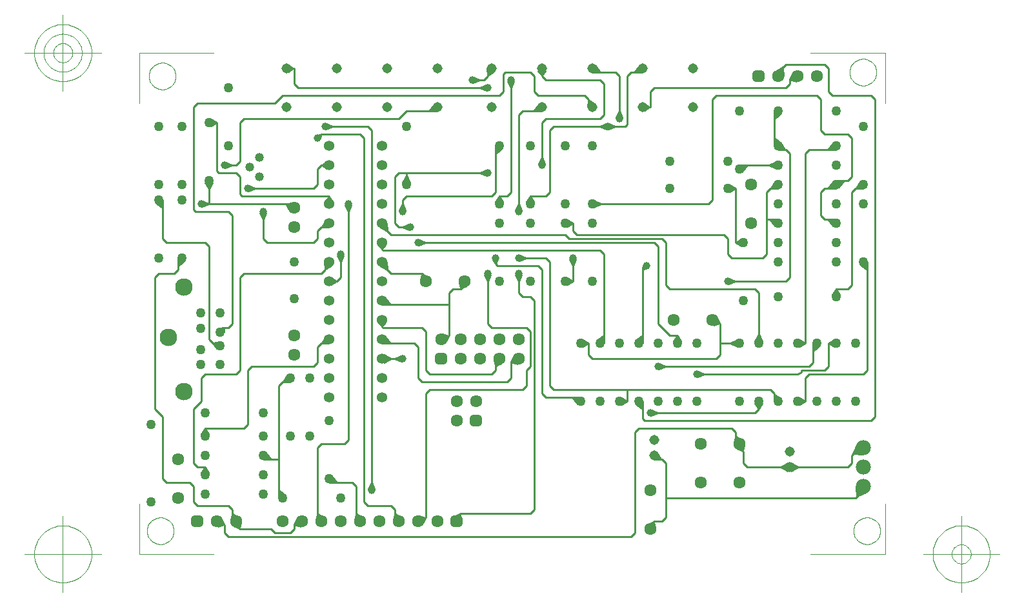
<source format=gbr>
G04 Generated by Ultiboard *
%FSLAX25Y25*%
%MOIN*%

%ADD11C,0.01000*%
%ADD10C,0.00004*%
%ADD12C,0.00394*%
%ADD13C,0.03937*%
%ADD14C,0.06334*%
%ADD17C,0.05000*%
%ADD18C,0.05166*%
%ADD19C,0.04943*%
%ADD20C,0.09055*%
%ADD21C,0.05337*%
%ADD15R,0.02083X0.02083*%
%ADD16C,0.03917*%
%ADD22C,0.04666*%
%ADD23C,0.07834*%


%LNCopper Bottom*%
%LPD*%
%FSLAX25Y25*%
%MOIN*%
G54D11*
X576000Y80000D02*
X502000Y80000D01*
X548000Y96000D02*
X484000Y96000D01*
X506000Y6000D02*
X504000Y4000D01*
X504000Y4000D02*
X296000Y4000D01*
X520000Y158000D02*
X472000Y158000D01*
X516000Y156000D02*
X394000Y156000D01*
X544000Y176000D02*
X484000Y176000D01*
X552000Y160000D02*
X476000Y160000D01*
X508000Y244000D02*
X504000Y244000D01*
X504000Y244000D02*
X502000Y242000D01*
X436000Y232000D02*
X324000Y232000D01*
X410000Y124000D02*
X377559Y124000D01*
X377559Y124000D02*
X375559Y126000D01*
X375559Y146000D02*
X377559Y144000D01*
X377559Y144000D02*
X378000Y144000D01*
X378000Y144000D02*
X378000Y142000D01*
X378000Y142000D02*
X380000Y140000D01*
X380000Y160000D02*
X378000Y162000D01*
X378000Y162000D02*
X378000Y164000D01*
X378000Y164000D02*
X377559Y164000D01*
X377559Y164000D02*
X375559Y166000D01*
X392000Y104000D02*
X377559Y104000D01*
X377559Y104000D02*
X375559Y106000D01*
X396000Y112000D02*
X376000Y112000D01*
X380000Y20000D02*
X368000Y20000D01*
X386000Y96000D02*
X375559Y96000D01*
X488000Y152000D02*
X376000Y152000D01*
X430000Y236000D02*
X332000Y236000D01*
X384000Y220000D02*
X304000Y220000D01*
X379777Y104000D02*
X375647Y103833D01*
X375647Y103833D02*
X377292Y107304D01*
X377292Y107304D02*
X379777Y104000D01*
G36*
X379777Y104000D02*
X375647Y103833D01*
X377292Y107304D01*
X379777Y104000D01*
G37*
X379777Y104000D02*
X375647Y103833D01*
X375647Y103833D02*
X377292Y107304D01*
X377292Y107304D02*
X379777Y104000D01*
X380228Y96000D02*
X376566Y94080D01*
X376566Y94080D02*
X376566Y97920D01*
X376566Y97920D02*
X380228Y96000D01*
G36*
X380228Y96000D02*
X376566Y94080D01*
X376566Y97920D01*
X380228Y96000D01*
G37*
X380228Y96000D02*
X376566Y94080D01*
X376566Y94080D02*
X376566Y97920D01*
X376566Y97920D02*
X380228Y96000D01*
X375559Y112831D02*
X373978Y114516D01*
X373978Y114516D02*
X377140Y114516D01*
X377140Y114516D02*
X375559Y112831D01*
G36*
X375559Y112831D02*
X373978Y114516D01*
X377140Y114516D01*
X375559Y112831D01*
G37*
X375559Y112831D02*
X373978Y114516D01*
X373978Y114516D02*
X377140Y114516D01*
X377140Y114516D02*
X375559Y112831D01*
X379777Y124000D02*
X375647Y123833D01*
X375647Y123833D02*
X377292Y127304D01*
X377292Y127304D02*
X379777Y124000D01*
G36*
X379777Y124000D02*
X375647Y123833D01*
X377292Y127304D01*
X379777Y124000D01*
G37*
X379777Y124000D02*
X375647Y123833D01*
X375647Y123833D02*
X377292Y127304D01*
X377292Y127304D02*
X379777Y124000D01*
X378000Y162020D02*
X374449Y164137D01*
X374449Y164137D02*
X377723Y166145D01*
X377723Y166145D02*
X378000Y162020D01*
G36*
X378000Y162020D02*
X374449Y164137D01*
X377723Y166145D01*
X378000Y162020D01*
G37*
X378000Y162020D02*
X374449Y164137D01*
X374449Y164137D02*
X377723Y166145D01*
X377723Y166145D02*
X378000Y162020D01*
X375559Y152831D02*
X373978Y154516D01*
X373978Y154516D02*
X377140Y154516D01*
X377140Y154516D02*
X375559Y152831D01*
G36*
X375559Y152831D02*
X373978Y154516D01*
X377140Y154516D01*
X375559Y152831D01*
G37*
X375559Y152831D02*
X373978Y154516D01*
X373978Y154516D02*
X377140Y154516D01*
X377140Y154516D02*
X375559Y152831D01*
X378000Y142020D02*
X374449Y144137D01*
X374449Y144137D02*
X377723Y146145D01*
X377723Y146145D02*
X378000Y142020D01*
G36*
X378000Y142020D02*
X374449Y144137D01*
X377723Y146145D01*
X378000Y142020D01*
G37*
X378000Y142020D02*
X374449Y144137D01*
X374449Y144137D02*
X377723Y146145D01*
X377723Y146145D02*
X378000Y142020D01*
X298000Y170000D02*
X298000Y114000D01*
X302000Y138000D02*
X302000Y90000D01*
X366000Y22000D02*
X366000Y210000D01*
X258000Y70000D02*
X258000Y138000D01*
X358000Y176000D02*
X358000Y54000D01*
X370000Y28000D02*
X370000Y214000D01*
X286000Y106000D02*
X286000Y154000D01*
X316000Y44000D02*
X314000Y46000D01*
X322000Y44000D02*
X316000Y44000D01*
X340000Y92000D02*
X308000Y92000D01*
X318000Y8000D02*
X302000Y8000D01*
X318031Y44000D02*
X314000Y44000D01*
X314000Y44000D02*
X315593Y47210D01*
X315593Y47210D02*
X318031Y44000D01*
G36*
X318031Y44000D02*
X314000Y44000D01*
X315593Y47210D01*
X318031Y44000D01*
G37*
X318031Y44000D02*
X314000Y44000D01*
X314000Y44000D02*
X315593Y47210D01*
X315593Y47210D02*
X318031Y44000D01*
X278000Y70000D02*
X278000Y42000D01*
X306000Y90000D02*
X306000Y62000D01*
X306000Y62000D02*
X304000Y60000D01*
X262000Y34000D02*
X262000Y66000D01*
X280000Y40000D02*
X284000Y40000D01*
X284000Y40000D02*
X284000Y36000D01*
X304000Y60000D02*
X284000Y60000D01*
X284000Y60000D02*
X284000Y56000D01*
X296000Y20000D02*
X280000Y20000D01*
X284000Y40000D02*
X285732Y37000D01*
X285732Y37000D02*
X282268Y37000D01*
X282268Y37000D02*
X284000Y40000D01*
G36*
X284000Y40000D02*
X285732Y37000D01*
X282268Y37000D01*
X284000Y40000D01*
G37*
X284000Y40000D02*
X285732Y37000D01*
X285732Y37000D02*
X282268Y37000D01*
X282268Y37000D02*
X284000Y40000D01*
X284000Y60000D02*
X285732Y57000D01*
X285732Y57000D02*
X282268Y57000D01*
X282268Y57000D02*
X284000Y60000D01*
G36*
X284000Y60000D02*
X285732Y57000D01*
X282268Y57000D01*
X284000Y60000D01*
G37*
X284000Y60000D02*
X285732Y57000D01*
X285732Y57000D02*
X282268Y57000D01*
X282268Y57000D02*
X284000Y60000D01*
X278000Y22000D02*
X278000Y30000D01*
X278000Y30000D02*
X276000Y32000D01*
X276000Y32000D02*
X264000Y32000D01*
X264000Y32000D02*
X262000Y34000D01*
X280000Y20000D02*
X278000Y22000D01*
X278000Y42000D02*
X280000Y40000D01*
X300000Y12000D02*
X300000Y14000D01*
X300000Y14000D02*
X298000Y16000D01*
X298000Y16000D02*
X298000Y18000D01*
X298000Y18000D02*
X296000Y20000D01*
X302000Y8000D02*
X300000Y10000D01*
X300000Y10000D02*
X300000Y12000D01*
X298228Y15772D02*
X301129Y14416D01*
X301129Y14416D02*
X297420Y12674D01*
X297420Y12674D02*
X298228Y15772D01*
G36*
X298228Y15772D02*
X301129Y14416D01*
X297420Y12674D01*
X298228Y15772D01*
G37*
X298228Y15772D02*
X301129Y14416D01*
X301129Y14416D02*
X297420Y12674D01*
X297420Y12674D02*
X298228Y15772D01*
X301772Y8228D02*
X298871Y9584D01*
X298871Y9584D02*
X302580Y11326D01*
X302580Y11326D02*
X301772Y8228D01*
G36*
X301772Y8228D02*
X298871Y9584D01*
X302580Y11326D01*
X301772Y8228D01*
G37*
X301772Y8228D02*
X298871Y9584D01*
X298871Y9584D02*
X302580Y11326D01*
X302580Y11326D02*
X301772Y8228D01*
X296000Y4000D02*
X294000Y6000D01*
X294000Y6000D02*
X294000Y10000D01*
X294000Y10000D02*
X292000Y12000D01*
X292000Y12000D02*
X290000Y12000D01*
X293772Y10228D02*
X290674Y9420D01*
X290674Y9420D02*
X292416Y13129D01*
X292416Y13129D02*
X293772Y10228D01*
G36*
X293772Y10228D02*
X290674Y9420D01*
X292416Y13129D01*
X293772Y10228D01*
G37*
X293772Y10228D02*
X290674Y9420D01*
X290674Y9420D02*
X292416Y13129D01*
X292416Y13129D02*
X293772Y10228D01*
X300000Y88000D02*
X284000Y88000D01*
X284000Y88000D02*
X282000Y86000D01*
X282000Y86000D02*
X282000Y74000D01*
X282000Y74000D02*
X278000Y70000D01*
X262000Y66000D02*
X258000Y70000D01*
X302000Y90000D02*
X300000Y88000D01*
X308000Y92000D02*
X306000Y90000D01*
X298000Y114000D02*
X296000Y112000D01*
X294000Y112000D02*
X291748Y109748D01*
X293849Y111849D02*
X293716Y109630D01*
X293716Y109630D02*
X291630Y111716D01*
X291630Y111716D02*
X293849Y111849D01*
G36*
X293849Y111849D02*
X293716Y109630D01*
X291630Y111716D01*
X293849Y111849D01*
G37*
X293849Y111849D02*
X293716Y109630D01*
X293716Y109630D02*
X291630Y111716D01*
X291630Y111716D02*
X293849Y111849D01*
X291748Y102661D02*
X290409Y104000D01*
X290409Y104000D02*
X288000Y104000D01*
X288000Y104000D02*
X286000Y106000D01*
X288009Y104000D02*
X291403Y104603D01*
X291403Y104603D02*
X290250Y101380D01*
X290250Y101380D02*
X288009Y104000D01*
G36*
X288009Y104000D02*
X291403Y104603D01*
X290250Y101380D01*
X288009Y104000D01*
G37*
X288009Y104000D02*
X291403Y104603D01*
X291403Y104603D02*
X290250Y101380D01*
X290250Y101380D02*
X288009Y104000D01*
X296000Y112000D02*
X294000Y112000D01*
X322000Y82000D02*
X322000Y44000D01*
X356000Y52000D02*
X344000Y52000D01*
X342228Y15772D02*
X345129Y14416D01*
X345129Y14416D02*
X341420Y12674D01*
X341420Y12674D02*
X342228Y15772D01*
G36*
X342228Y15772D02*
X345129Y14416D01*
X341420Y12674D01*
X342228Y15772D01*
G37*
X342228Y15772D02*
X345129Y14416D01*
X345129Y14416D02*
X341420Y12674D01*
X341420Y12674D02*
X342228Y15772D01*
X322000Y26000D02*
X322000Y44000D01*
X342000Y50000D02*
X342000Y16000D01*
X334000Y12000D02*
X332000Y12000D01*
X332000Y12000D02*
X330000Y10000D01*
X330000Y10000D02*
X330000Y8000D01*
X330000Y8000D02*
X328000Y6000D01*
X330228Y10228D02*
X331584Y13129D01*
X331584Y13129D02*
X333326Y9420D01*
X333326Y9420D02*
X330228Y10228D01*
G36*
X330228Y10228D02*
X331584Y13129D01*
X333326Y9420D01*
X330228Y10228D01*
G37*
X330228Y10228D02*
X331584Y13129D01*
X331584Y13129D02*
X333326Y9420D01*
X333326Y9420D02*
X330228Y10228D01*
X328000Y6000D02*
X320000Y6000D01*
X320000Y6000D02*
X318000Y8000D01*
X324000Y24000D02*
X322000Y26000D01*
X322000Y28031D02*
X325210Y25593D01*
X325210Y25593D02*
X322000Y24000D01*
X322000Y24000D02*
X322000Y28031D01*
G36*
X322000Y28031D02*
X325210Y25593D01*
X322000Y24000D01*
X322000Y28031D01*
G37*
X322000Y28031D02*
X325210Y25593D01*
X325210Y25593D02*
X322000Y24000D01*
X322000Y24000D02*
X322000Y28031D01*
X342000Y16000D02*
X344000Y14000D01*
X344000Y14000D02*
X344000Y12000D01*
X344000Y52000D02*
X342000Y50000D01*
X362000Y16000D02*
X362000Y30000D01*
X362000Y30000D02*
X360000Y32000D01*
X360000Y32000D02*
X350000Y32000D01*
X350000Y32000D02*
X348000Y34000D01*
X352031Y32000D02*
X348000Y32000D01*
X348000Y32000D02*
X349593Y35210D01*
X349593Y35210D02*
X352031Y32000D01*
G36*
X352031Y32000D02*
X348000Y32000D01*
X349593Y35210D01*
X352031Y32000D01*
G37*
X352031Y32000D02*
X348000Y32000D01*
X348000Y32000D02*
X349593Y35210D01*
X349593Y35210D02*
X352031Y32000D01*
X370000Y31969D02*
X371364Y28543D01*
X371364Y28543D02*
X368636Y28543D01*
X368636Y28543D02*
X370000Y31969D01*
G36*
X370000Y31969D02*
X371364Y28543D01*
X368636Y28543D01*
X370000Y31969D01*
G37*
X370000Y31969D02*
X371364Y28543D01*
X371364Y28543D02*
X368636Y28543D01*
X368636Y28543D02*
X370000Y31969D01*
X364000Y14000D02*
X362000Y16000D01*
X362228Y15772D02*
X365129Y14416D01*
X365129Y14416D02*
X361420Y12674D01*
X361420Y12674D02*
X362228Y15772D01*
G36*
X362228Y15772D02*
X365129Y14416D01*
X361420Y12674D01*
X362228Y15772D01*
G37*
X362228Y15772D02*
X365129Y14416D01*
X365129Y14416D02*
X361420Y12674D01*
X361420Y12674D02*
X362228Y15772D01*
X364000Y12000D02*
X364000Y14000D01*
X368000Y20000D02*
X366000Y22000D01*
X358000Y54000D02*
X356000Y52000D01*
X348000Y106000D02*
X346000Y104000D01*
X346000Y104000D02*
X344000Y104000D01*
X344343Y104000D02*
X346122Y107084D01*
X346122Y107084D02*
X347899Y103834D01*
X347899Y103834D02*
X344343Y104000D01*
G36*
X344343Y104000D02*
X346122Y107084D01*
X347899Y103834D01*
X344343Y104000D01*
G37*
X344343Y104000D02*
X346122Y107084D01*
X346122Y107084D02*
X347899Y103834D01*
X347899Y103834D02*
X344343Y104000D01*
X342000Y102000D02*
X342000Y94000D01*
X342000Y94000D02*
X340000Y92000D01*
X328000Y86000D02*
X326000Y84000D01*
X326000Y84000D02*
X324000Y84000D01*
X324000Y84000D02*
X322000Y82000D01*
X324536Y84000D02*
X326268Y87000D01*
X326268Y87000D02*
X328000Y84000D01*
X328000Y84000D02*
X324536Y84000D01*
G36*
X324536Y84000D02*
X326268Y87000D01*
X328000Y84000D01*
X324536Y84000D01*
G37*
X324536Y84000D02*
X326268Y87000D01*
X326268Y87000D02*
X328000Y84000D01*
X328000Y84000D02*
X324536Y84000D01*
X344000Y104000D02*
X342000Y102000D01*
X376000Y112000D02*
X375559Y112441D01*
X375559Y112441D02*
X375559Y116000D01*
X320000Y228000D02*
X280000Y228000D01*
X344000Y140000D02*
X304000Y140000D01*
X340000Y184000D02*
X306000Y184000D01*
X340000Y156000D02*
X316000Y156000D01*
X316000Y156000D02*
X314000Y158000D01*
X314000Y158000D02*
X314000Y172000D01*
X326000Y176000D02*
X282000Y176000D01*
X348000Y180000D02*
X303000Y180000D01*
X314000Y168031D02*
X312636Y171457D01*
X312636Y171457D02*
X315364Y171457D01*
X315364Y171457D02*
X314000Y168031D01*
G36*
X314000Y168031D02*
X312636Y171457D01*
X315364Y171457D01*
X314000Y168031D01*
G37*
X314000Y168031D02*
X312636Y171457D01*
X312636Y171457D02*
X315364Y171457D01*
X315364Y171457D02*
X314000Y168031D01*
X278000Y226000D02*
X278000Y173000D01*
X286000Y176000D02*
X286000Y188000D01*
X302000Y181000D02*
X302000Y190000D01*
X302000Y190000D02*
X300000Y192000D01*
X279000Y172000D02*
X296000Y172000D01*
X286000Y154000D02*
X284000Y156000D01*
X284000Y156000D02*
X264000Y156000D01*
X286000Y183500D02*
X284208Y187111D01*
X284208Y187111D02*
X287792Y187111D01*
X287792Y187111D02*
X286000Y183500D01*
G36*
X286000Y183500D02*
X284208Y187111D01*
X287792Y187111D01*
X286000Y183500D01*
G37*
X286000Y183500D02*
X284208Y187111D01*
X284208Y187111D02*
X287792Y187111D01*
X287792Y187111D02*
X286000Y183500D01*
X285969Y176000D02*
X282543Y174636D01*
X282543Y174636D02*
X282543Y177364D01*
X282543Y177364D02*
X285969Y176000D01*
G36*
X285969Y176000D02*
X282543Y174636D01*
X282543Y177364D01*
X285969Y176000D01*
G37*
X285969Y176000D02*
X282543Y174636D01*
X282543Y174636D02*
X282543Y177364D01*
X282543Y177364D02*
X285969Y176000D01*
X264000Y156000D02*
X262000Y158000D01*
X262000Y158000D02*
X262000Y176000D01*
X260000Y140000D02*
X268000Y140000D01*
X268000Y140000D02*
X270000Y142000D01*
X258000Y138000D02*
X260000Y140000D01*
X270000Y142000D02*
X270000Y146000D01*
X270000Y146000D02*
X272000Y148000D01*
X270000Y143969D02*
X270000Y148000D01*
X270000Y148000D02*
X273210Y146407D01*
X273210Y146407D02*
X270000Y143969D01*
G36*
X270000Y143969D02*
X270000Y148000D01*
X273210Y146407D01*
X270000Y143969D01*
G37*
X270000Y143969D02*
X270000Y148000D01*
X270000Y148000D02*
X273210Y146407D01*
X273210Y146407D02*
X270000Y143969D01*
X262000Y173969D02*
X258790Y176407D01*
X258790Y176407D02*
X262000Y178000D01*
X262000Y178000D02*
X262000Y173969D01*
G36*
X262000Y173969D02*
X258790Y176407D01*
X262000Y178000D01*
X262000Y173969D01*
G37*
X262000Y173969D02*
X258790Y176407D01*
X258790Y176407D02*
X262000Y178000D01*
X262000Y178000D02*
X262000Y173969D01*
X262000Y176000D02*
X260000Y178000D01*
X278000Y173000D02*
X279000Y172000D01*
X304000Y140000D02*
X302000Y138000D01*
X296000Y172000D02*
X298000Y170000D01*
X303000Y180000D02*
X302000Y181000D01*
X309969Y184000D02*
X306543Y182636D01*
X306543Y182636D02*
X306543Y185364D01*
X306543Y185364D02*
X309969Y184000D01*
G36*
X309969Y184000D02*
X306543Y182636D01*
X306543Y185364D01*
X309969Y184000D01*
G37*
X309969Y184000D02*
X306543Y182636D01*
X306543Y182636D02*
X306543Y185364D01*
X306543Y185364D02*
X309969Y184000D01*
X280000Y228000D02*
X278000Y226000D01*
X304000Y220000D02*
X302000Y218000D01*
X290000Y218000D02*
X287000Y216268D01*
X287000Y216268D02*
X287000Y219732D01*
X287000Y219732D02*
X290000Y218000D01*
G36*
X290000Y218000D02*
X287000Y216268D01*
X287000Y219732D01*
X290000Y218000D01*
G37*
X290000Y218000D02*
X287000Y216268D01*
X287000Y216268D02*
X287000Y219732D01*
X287000Y219732D02*
X290000Y218000D01*
X302000Y198000D02*
X300000Y196000D01*
X300000Y196000D02*
X294000Y196000D01*
X300000Y192000D02*
X291000Y192000D01*
X297969Y196000D02*
X294543Y194636D01*
X294543Y194636D02*
X294543Y197364D01*
X294543Y197364D02*
X297969Y196000D01*
G36*
X297969Y196000D02*
X294543Y194636D01*
X294543Y197364D01*
X297969Y196000D01*
G37*
X297969Y196000D02*
X294543Y194636D01*
X294543Y194636D02*
X294543Y197364D01*
X294543Y197364D02*
X297969Y196000D01*
X290000Y193000D02*
X290000Y218000D01*
X291000Y192000D02*
X290000Y193000D01*
X290000Y218000D02*
X286000Y218000D01*
X286000Y218000D02*
X286000Y218000D01*
X302000Y218000D02*
X302000Y198000D01*
X342000Y194000D02*
X342000Y186000D01*
X348000Y146000D02*
X346000Y144000D01*
X346000Y144000D02*
X346000Y142000D01*
X346000Y142000D02*
X344000Y140000D01*
X348000Y166000D02*
X346000Y164000D01*
X346000Y164000D02*
X344000Y164000D01*
X346000Y142343D02*
X345834Y145899D01*
X345834Y145899D02*
X349084Y144122D01*
X349084Y144122D02*
X346000Y142343D01*
G36*
X346000Y142343D02*
X345834Y145899D01*
X349084Y144122D01*
X346000Y142343D01*
G37*
X346000Y142343D02*
X345834Y145899D01*
X345834Y145899D02*
X349084Y144122D01*
X349084Y144122D02*
X346000Y142343D01*
X348000Y179669D02*
X349749Y177282D01*
X349749Y177282D02*
X346251Y177282D01*
X346251Y177282D02*
X348000Y179669D01*
G36*
X348000Y179669D02*
X349749Y177282D01*
X346251Y177282D01*
X348000Y179669D01*
G37*
X348000Y179669D02*
X349749Y177282D01*
X349749Y177282D02*
X346251Y177282D01*
X346251Y177282D02*
X348000Y179669D01*
X344343Y164000D02*
X346122Y167084D01*
X346122Y167084D02*
X347899Y163834D01*
X347899Y163834D02*
X344343Y164000D01*
G36*
X344343Y164000D02*
X346122Y167084D01*
X347899Y163834D01*
X344343Y164000D01*
G37*
X344343Y164000D02*
X346122Y167084D01*
X346122Y167084D02*
X347899Y163834D01*
X347899Y163834D02*
X344343Y164000D01*
X342000Y162000D02*
X342000Y158000D01*
X342000Y158000D02*
X340000Y156000D01*
X330000Y174000D02*
X328000Y174000D01*
X326228Y175772D02*
X329326Y176580D01*
X329326Y176580D02*
X327584Y172871D01*
X327584Y172871D02*
X326228Y175772D01*
G36*
X326228Y175772D02*
X329326Y176580D01*
X327584Y172871D01*
X326228Y175772D01*
G37*
X326228Y175772D02*
X329326Y176580D01*
X329326Y176580D02*
X327584Y172871D01*
X327584Y172871D02*
X326228Y175772D01*
X328000Y174000D02*
X326000Y176000D01*
X344000Y164000D02*
X342000Y162000D01*
X342000Y186000D02*
X340000Y184000D01*
X375559Y152441D02*
X375559Y156000D01*
X354000Y138000D02*
X354000Y150000D01*
X348000Y136000D02*
X352000Y136000D01*
X352000Y136000D02*
X354000Y138000D01*
X351669Y136000D02*
X349282Y134251D01*
X349282Y134251D02*
X349282Y137749D01*
X349282Y137749D02*
X351669Y136000D01*
G36*
X351669Y136000D02*
X349282Y134251D01*
X349282Y137749D01*
X351669Y136000D01*
G37*
X351669Y136000D02*
X349282Y134251D01*
X349282Y134251D02*
X349282Y137749D01*
X349282Y137749D02*
X351669Y136000D01*
X354000Y146031D02*
X352636Y149457D01*
X352636Y149457D02*
X355364Y149457D01*
X355364Y149457D02*
X354000Y146031D01*
G36*
X354000Y146031D02*
X352636Y149457D01*
X355364Y149457D01*
X354000Y146031D01*
G37*
X354000Y146031D02*
X352636Y149457D01*
X352636Y149457D02*
X355364Y149457D01*
X355364Y149457D02*
X354000Y146031D01*
X376000Y152000D02*
X375559Y152441D01*
X358000Y172031D02*
X356636Y175457D01*
X356636Y175457D02*
X359364Y175457D01*
X359364Y175457D02*
X358000Y172031D01*
G36*
X358000Y172031D02*
X356636Y175457D01*
X359364Y175457D01*
X358000Y172031D01*
G37*
X358000Y172031D02*
X356636Y175457D01*
X356636Y175457D02*
X359364Y175457D01*
X359364Y175457D02*
X358000Y172031D01*
X348000Y176000D02*
X348000Y180000D01*
X364000Y212000D02*
X344000Y212000D01*
X348000Y196000D02*
X344000Y196000D01*
X368000Y216000D02*
X346000Y216000D01*
X344331Y196000D02*
X346718Y197749D01*
X346718Y197749D02*
X346718Y194251D01*
X346718Y194251D02*
X344331Y196000D01*
G36*
X344331Y196000D02*
X346718Y197749D01*
X346718Y194251D01*
X344331Y196000D01*
G37*
X344331Y196000D02*
X346718Y197749D01*
X346718Y197749D02*
X346718Y194251D01*
X346718Y194251D02*
X344331Y196000D01*
X349969Y216000D02*
X346543Y214636D01*
X346543Y214636D02*
X346543Y217364D01*
X346543Y217364D02*
X349969Y216000D01*
G36*
X349969Y216000D02*
X346543Y214636D01*
X346543Y217364D01*
X349969Y216000D01*
G37*
X349969Y216000D02*
X346543Y214636D01*
X346543Y214636D02*
X346543Y217364D01*
X346543Y217364D02*
X349969Y216000D01*
X344000Y196000D02*
X342000Y194000D01*
X344000Y212000D02*
X342000Y210000D01*
X343745Y211745D02*
X343452Y209783D01*
X343452Y209783D02*
X341783Y211452D01*
X341783Y211452D02*
X343745Y211745D01*
G36*
X343745Y211745D02*
X343452Y209783D01*
X341783Y211452D01*
X343745Y211745D01*
G37*
X343745Y211745D02*
X343452Y209783D01*
X343452Y209783D02*
X341783Y211452D01*
X341783Y211452D02*
X343745Y211745D01*
X332000Y236000D02*
X330000Y238000D01*
X330000Y238000D02*
X330000Y246000D01*
X330000Y246000D02*
X326000Y246000D01*
X329583Y246000D02*
X327211Y244305D01*
X327211Y244305D02*
X327211Y247695D01*
X327211Y247695D02*
X329583Y246000D01*
G36*
X329583Y246000D02*
X327211Y244305D01*
X327211Y247695D01*
X329583Y246000D01*
G37*
X329583Y246000D02*
X327211Y244305D01*
X327211Y244305D02*
X327211Y247695D01*
X327211Y247695D02*
X329583Y246000D01*
X324000Y232000D02*
X320000Y228000D01*
X366000Y210000D02*
X364000Y212000D01*
X370000Y214000D02*
X368000Y216000D01*
X410000Y130000D02*
X410000Y108000D01*
X458000Y78000D02*
X458000Y142000D01*
X430000Y140000D02*
X430000Y114000D01*
X462000Y82000D02*
X462000Y146000D01*
X490000Y106000D02*
X490000Y150000D01*
X452000Y128000D02*
X454000Y126000D01*
X454000Y126000D02*
X454000Y18000D01*
X444000Y96000D02*
X442000Y94000D01*
X442000Y94000D02*
X442000Y86000D01*
X442000Y86000D02*
X440000Y84000D01*
X440000Y84000D02*
X396000Y84000D01*
X432000Y112000D02*
X450000Y112000D01*
X448000Y80000D02*
X400000Y80000D01*
X452000Y16000D02*
X416000Y16000D01*
X442228Y94228D02*
X443584Y97129D01*
X443584Y97129D02*
X445326Y93420D01*
X445326Y93420D02*
X442228Y94228D01*
G36*
X442228Y94228D02*
X443584Y97129D01*
X445326Y93420D01*
X442228Y94228D01*
G37*
X442228Y94228D02*
X443584Y97129D01*
X443584Y97129D02*
X445326Y93420D01*
X445326Y93420D02*
X442228Y94228D01*
X398000Y78000D02*
X398000Y14000D01*
X396000Y12000D02*
X394000Y12000D01*
X397772Y13772D02*
X396416Y10871D01*
X396416Y10871D02*
X394674Y14580D01*
X394674Y14580D02*
X397772Y13772D01*
G36*
X397772Y13772D02*
X396416Y10871D01*
X394674Y14580D01*
X397772Y13772D01*
G37*
X397772Y13772D02*
X396416Y10871D01*
X396416Y10871D02*
X394674Y14580D01*
X394674Y14580D02*
X397772Y13772D01*
X384000Y14000D02*
X382000Y16000D01*
X382000Y16000D02*
X382000Y18000D01*
X382228Y15772D02*
X385129Y14416D01*
X385129Y14416D02*
X381420Y12674D01*
X381420Y12674D02*
X382228Y15772D01*
G36*
X382228Y15772D02*
X385129Y14416D01*
X381420Y12674D01*
X382228Y15772D01*
G37*
X382228Y15772D02*
X385129Y14416D01*
X385129Y14416D02*
X381420Y12674D01*
X381420Y12674D02*
X382228Y15772D01*
X384000Y12000D02*
X384000Y14000D01*
X382000Y18000D02*
X380000Y20000D01*
X398000Y14000D02*
X396000Y12000D01*
X416000Y16000D02*
X414000Y14000D01*
X415646Y15646D02*
X416422Y12621D01*
X416422Y12621D02*
X412864Y14227D01*
X412864Y14227D02*
X415646Y15646D01*
G36*
X415646Y15646D02*
X416422Y12621D01*
X412864Y14227D01*
X415646Y15646D01*
G37*
X415646Y15646D02*
X416422Y12621D01*
X416422Y12621D02*
X412864Y14227D01*
X412864Y14227D02*
X415646Y15646D01*
X414000Y14000D02*
X414000Y12000D01*
X410000Y108000D02*
X408000Y106000D01*
X408000Y106000D02*
X406000Y106000D01*
X432000Y88000D02*
X400000Y88000D01*
X409772Y107772D02*
X408416Y104871D01*
X408416Y104871D02*
X406674Y108580D01*
X406674Y108580D02*
X409772Y107772D01*
G36*
X409772Y107772D02*
X408416Y104871D01*
X406674Y108580D01*
X409772Y107772D01*
G37*
X409772Y107772D02*
X408416Y104871D01*
X408416Y104871D02*
X406674Y108580D01*
X406674Y108580D02*
X409772Y107772D01*
X394000Y86000D02*
X394000Y102000D01*
X398000Y90000D02*
X398000Y110000D01*
X382031Y96000D02*
X385457Y97364D01*
X385457Y97364D02*
X385457Y94636D01*
X385457Y94636D02*
X382031Y96000D01*
G36*
X382031Y96000D02*
X385457Y97364D01*
X385457Y94636D01*
X382031Y96000D01*
G37*
X382031Y96000D02*
X385457Y97364D01*
X385457Y97364D02*
X385457Y94636D01*
X385457Y94636D02*
X382031Y96000D01*
X396000Y84000D02*
X394000Y86000D01*
X400000Y80000D02*
X398000Y78000D01*
X400000Y88000D02*
X398000Y90000D01*
X394000Y102000D02*
X392000Y104000D01*
X398000Y110000D02*
X396000Y112000D01*
X436000Y96000D02*
X436000Y94000D01*
X436000Y94000D02*
X434000Y92000D01*
X434228Y92228D02*
X433420Y95326D01*
X433420Y95326D02*
X437129Y93584D01*
X437129Y93584D02*
X434228Y92228D01*
G36*
X434228Y92228D02*
X433420Y95326D01*
X437129Y93584D01*
X434228Y92228D01*
G37*
X434228Y92228D02*
X433420Y95326D01*
X433420Y95326D02*
X437129Y93584D01*
X437129Y93584D02*
X434228Y92228D01*
X434000Y92000D02*
X434000Y90000D01*
X434000Y90000D02*
X432000Y88000D01*
X430000Y114000D02*
X432000Y112000D01*
X454000Y18000D02*
X452000Y16000D01*
X476000Y76000D02*
X460000Y76000D01*
X502000Y80000D02*
X464000Y80000D01*
X452000Y110000D02*
X452000Y92000D01*
X460000Y76000D02*
X458000Y78000D01*
X450000Y82000D02*
X448000Y80000D01*
X452000Y92000D02*
X450000Y90000D01*
X450000Y90000D02*
X450000Y82000D01*
X464000Y80000D02*
X462000Y82000D01*
X450000Y112000D02*
X452000Y110000D01*
X446000Y96000D02*
X444000Y96000D01*
X478000Y74000D02*
X476000Y76000D01*
X473969Y76000D02*
X478000Y76000D01*
X478000Y76000D02*
X476407Y72790D01*
X476407Y72790D02*
X473969Y76000D01*
G36*
X473969Y76000D02*
X478000Y76000D01*
X476407Y72790D01*
X473969Y76000D01*
G37*
X473969Y76000D02*
X478000Y76000D01*
X478000Y76000D02*
X476407Y72790D01*
X476407Y72790D02*
X473969Y76000D01*
X502000Y80000D02*
X502000Y74000D01*
X502000Y74000D02*
X498000Y74000D01*
X502000Y74000D02*
X499000Y72268D01*
X499000Y72268D02*
X499000Y75732D01*
X499000Y75732D02*
X502000Y74000D01*
G36*
X502000Y74000D02*
X499000Y72268D01*
X499000Y75732D01*
X502000Y74000D01*
G37*
X502000Y74000D02*
X499000Y72268D01*
X499000Y72268D02*
X499000Y75732D01*
X499000Y75732D02*
X502000Y74000D01*
X488000Y104000D02*
X490000Y106000D01*
X490000Y108031D02*
X490000Y104000D01*
X490000Y104000D02*
X486790Y105593D01*
X486790Y105593D02*
X490000Y108031D01*
G36*
X490000Y108031D02*
X490000Y104000D01*
X486790Y105593D01*
X490000Y108031D01*
G37*
X490000Y108031D02*
X490000Y104000D01*
X490000Y104000D02*
X486790Y105593D01*
X486790Y105593D02*
X490000Y108031D01*
X484000Y96000D02*
X482000Y98000D01*
X482000Y98000D02*
X482000Y104000D01*
X482000Y104000D02*
X478000Y104000D01*
X482000Y104000D02*
X479000Y102268D01*
X479000Y102268D02*
X479000Y105732D01*
X479000Y105732D02*
X482000Y104000D01*
G36*
X482000Y104000D02*
X479000Y102268D01*
X479000Y105732D01*
X482000Y104000D01*
G37*
X482000Y104000D02*
X479000Y102268D01*
X479000Y102268D02*
X479000Y105732D01*
X479000Y105732D02*
X482000Y104000D01*
X452000Y244000D02*
X439000Y244000D01*
X456000Y144000D02*
X435000Y144000D01*
X442000Y240000D02*
X442000Y182000D01*
X442000Y182000D02*
X440000Y180000D01*
X440000Y180000D02*
X436000Y180000D01*
X470000Y160000D02*
X380000Y160000D01*
X442000Y236031D02*
X440636Y239457D01*
X440636Y239457D02*
X443364Y239457D01*
X443364Y239457D02*
X442000Y236031D01*
G36*
X442000Y236031D02*
X440636Y239457D01*
X443364Y239457D01*
X442000Y236031D01*
G37*
X442000Y236031D02*
X440636Y239457D01*
X440636Y239457D02*
X443364Y239457D01*
X443364Y239457D02*
X442000Y236031D01*
X388000Y186000D02*
X388000Y192000D01*
X384000Y192000D02*
X382000Y190000D01*
X382000Y190000D02*
X382000Y166000D01*
X434000Y182000D02*
X434000Y204000D01*
X388000Y190500D02*
X389792Y186889D01*
X389792Y186889D02*
X386208Y186889D01*
X386208Y186889D02*
X388000Y190500D01*
G36*
X388000Y190500D02*
X389792Y186889D01*
X386208Y186889D01*
X388000Y190500D01*
G37*
X388000Y190500D02*
X389792Y186889D01*
X389792Y186889D02*
X386208Y186889D01*
X386208Y186889D02*
X388000Y190500D01*
X412000Y132000D02*
X410000Y130000D01*
X388000Y180000D02*
X432000Y180000D01*
X397969Y156000D02*
X394543Y154636D01*
X394543Y154636D02*
X394543Y157364D01*
X394543Y157364D02*
X397969Y156000D01*
G36*
X397969Y156000D02*
X394543Y154636D01*
X394543Y157364D01*
X397969Y156000D01*
G37*
X397969Y156000D02*
X394543Y154636D01*
X394543Y154636D02*
X394543Y157364D01*
X394543Y157364D02*
X397969Y156000D01*
X380000Y140000D02*
X396000Y140000D01*
X396000Y140000D02*
X398000Y138000D01*
X398000Y138000D02*
X398000Y136000D01*
X396228Y139772D02*
X399129Y138416D01*
X399129Y138416D02*
X395420Y136674D01*
X395420Y136674D02*
X396228Y139772D01*
G36*
X396228Y139772D02*
X399129Y138416D01*
X395420Y136674D01*
X396228Y139772D01*
G37*
X396228Y139772D02*
X399129Y138416D01*
X399129Y138416D02*
X395420Y136674D01*
X395420Y136674D02*
X396228Y139772D01*
X386000Y172000D02*
X386000Y178000D01*
X386000Y175969D02*
X387364Y172543D01*
X387364Y172543D02*
X384636Y172543D01*
X384636Y172543D02*
X386000Y175969D01*
G36*
X386000Y175969D02*
X387364Y172543D01*
X384636Y172543D01*
X386000Y175969D01*
G37*
X386000Y175969D02*
X387364Y172543D01*
X387364Y172543D02*
X384636Y172543D01*
X384636Y172543D02*
X386000Y175969D01*
X382000Y166000D02*
X384000Y164000D01*
X384000Y164000D02*
X390000Y164000D01*
X386031Y164000D02*
X389457Y165364D01*
X389457Y165364D02*
X389457Y162636D01*
X389457Y162636D02*
X386031Y164000D01*
G36*
X386031Y164000D02*
X389457Y165364D01*
X389457Y162636D01*
X386031Y164000D01*
G37*
X386031Y164000D02*
X389457Y165364D01*
X389457Y165364D02*
X389457Y162636D01*
X389457Y162636D02*
X386031Y164000D01*
X386000Y178000D02*
X388000Y180000D01*
X418000Y136000D02*
X418000Y134000D01*
X418000Y134000D02*
X416000Y132000D01*
X416000Y132000D02*
X412000Y132000D01*
X416228Y132228D02*
X415420Y135326D01*
X415420Y135326D02*
X419129Y133584D01*
X419129Y133584D02*
X416228Y132228D01*
G36*
X416228Y132228D02*
X415420Y135326D01*
X419129Y133584D01*
X416228Y132228D01*
G37*
X416228Y132228D02*
X415420Y135326D01*
X415420Y135326D02*
X419129Y133584D01*
X419129Y133584D02*
X416228Y132228D01*
X430000Y136031D02*
X428636Y139457D01*
X428636Y139457D02*
X431364Y139457D01*
X431364Y139457D02*
X430000Y136031D01*
G36*
X430000Y136031D02*
X428636Y139457D01*
X431364Y139457D01*
X430000Y136031D01*
G37*
X430000Y136031D02*
X428636Y139457D01*
X428636Y139457D02*
X431364Y139457D01*
X431364Y139457D02*
X430000Y136031D01*
X435000Y144000D02*
X434000Y145000D01*
X434000Y145000D02*
X434000Y148000D01*
X434000Y145031D02*
X432724Y147274D01*
X432724Y147274D02*
X435276Y147274D01*
X435276Y147274D02*
X434000Y145031D01*
G36*
X434000Y145031D02*
X432724Y147274D01*
X435276Y147274D01*
X434000Y145031D01*
G37*
X434000Y145031D02*
X432724Y147274D01*
X432724Y147274D02*
X435276Y147274D01*
X435276Y147274D02*
X434000Y145031D01*
X432000Y180000D02*
X434000Y182000D01*
X436000Y180000D02*
X436000Y176000D01*
X436000Y180000D02*
X437732Y177000D01*
X437732Y177000D02*
X434268Y177000D01*
X434268Y177000D02*
X436000Y180000D01*
G36*
X436000Y180000D02*
X437732Y177000D01*
X434268Y177000D01*
X436000Y180000D01*
G37*
X436000Y180000D02*
X437732Y177000D01*
X437732Y177000D02*
X434268Y177000D01*
X434268Y177000D02*
X436000Y180000D01*
X430000Y192000D02*
X384000Y192000D01*
X388000Y224000D02*
X384000Y220000D01*
X402000Y224000D02*
X388000Y224000D01*
X404000Y226000D02*
X402000Y224000D01*
X399876Y224000D02*
X402338Y227256D01*
X402338Y227256D02*
X403958Y223917D01*
X403958Y223917D02*
X399876Y224000D01*
G36*
X399876Y224000D02*
X402338Y227256D01*
X403958Y223917D01*
X399876Y224000D01*
G37*
X399876Y224000D02*
X402338Y227256D01*
X402338Y227256D02*
X403958Y223917D01*
X403958Y223917D02*
X399876Y224000D01*
X426031Y192000D02*
X429457Y193364D01*
X429457Y193364D02*
X429457Y190636D01*
X429457Y190636D02*
X426031Y192000D01*
G36*
X426031Y192000D02*
X429457Y193364D01*
X429457Y190636D01*
X426031Y192000D01*
G37*
X426031Y192000D02*
X429457Y193364D01*
X429457Y193364D02*
X429457Y190636D01*
X429457Y190636D02*
X426031Y192000D01*
X434000Y204000D02*
X436000Y206000D01*
X434000Y201969D02*
X434000Y206000D01*
X434000Y206000D02*
X437210Y204407D01*
X437210Y204407D02*
X434000Y201969D01*
G36*
X434000Y201969D02*
X434000Y206000D01*
X437210Y204407D01*
X434000Y201969D01*
G37*
X434000Y201969D02*
X434000Y206000D01*
X434000Y206000D02*
X437210Y204407D01*
X437210Y204407D02*
X434000Y201969D01*
X428000Y240000D02*
X422000Y240000D01*
X426031Y236000D02*
X429457Y237364D01*
X429457Y237364D02*
X429457Y234636D01*
X429457Y234636D02*
X426031Y236000D01*
G36*
X426031Y236000D02*
X429457Y237364D01*
X429457Y234636D01*
X426031Y236000D01*
G37*
X426031Y236000D02*
X429457Y237364D01*
X429457Y237364D02*
X429457Y234636D01*
X429457Y234636D02*
X426031Y236000D01*
X425969Y240000D02*
X422543Y238636D01*
X422543Y238636D02*
X422543Y241364D01*
X422543Y241364D02*
X425969Y240000D01*
G36*
X425969Y240000D02*
X422543Y238636D01*
X422543Y241364D01*
X425969Y240000D01*
G37*
X425969Y240000D02*
X422543Y238636D01*
X422543Y238636D02*
X422543Y241364D01*
X422543Y241364D02*
X425969Y240000D01*
X438000Y243000D02*
X438000Y234000D01*
X438000Y234000D02*
X436000Y232000D01*
X439000Y244000D02*
X438000Y243000D01*
X432000Y246000D02*
X430000Y244000D01*
X430000Y244000D02*
X430000Y242000D01*
X430000Y242000D02*
X428000Y240000D01*
X430000Y242440D02*
X429918Y245951D01*
X429918Y245951D02*
X433041Y244196D01*
X433041Y244196D02*
X430000Y242440D01*
G36*
X430000Y242440D02*
X429918Y245951D01*
X433041Y244196D01*
X430000Y242440D01*
G37*
X430000Y242440D02*
X429918Y245951D01*
X429918Y245951D02*
X433041Y244196D01*
X433041Y244196D02*
X430000Y242440D01*
X446000Y172000D02*
X446000Y222000D01*
X462000Y214000D02*
X462000Y182000D01*
X470000Y136000D02*
X474000Y136000D01*
X472000Y158000D02*
X470000Y160000D01*
X474000Y166000D02*
X470000Y166000D01*
X474000Y166000D02*
X471000Y164268D01*
X471000Y164268D02*
X471000Y167732D01*
X471000Y167732D02*
X474000Y166000D01*
G36*
X474000Y166000D02*
X471000Y164268D01*
X471000Y167732D01*
X474000Y166000D01*
G37*
X474000Y166000D02*
X471000Y164268D01*
X471000Y164268D02*
X471000Y167732D01*
X471000Y167732D02*
X474000Y166000D01*
X474000Y136000D02*
X471000Y134268D01*
X471000Y134268D02*
X471000Y137732D01*
X471000Y137732D02*
X474000Y136000D01*
G36*
X474000Y136000D02*
X471000Y134268D01*
X471000Y137732D01*
X474000Y136000D01*
G37*
X474000Y136000D02*
X471000Y134268D01*
X471000Y134268D02*
X471000Y137732D01*
X471000Y137732D02*
X474000Y136000D01*
X474000Y144031D02*
X472636Y147457D01*
X472636Y147457D02*
X475364Y147457D01*
X475364Y147457D02*
X474000Y144031D01*
G36*
X474000Y144031D02*
X472636Y147457D01*
X475364Y147457D01*
X474000Y144031D01*
G37*
X474000Y144031D02*
X472636Y147457D01*
X472636Y147457D02*
X475364Y147457D01*
X475364Y147457D02*
X474000Y144031D01*
X458000Y142000D02*
X456000Y144000D01*
X460000Y148000D02*
X446000Y148000D01*
X446000Y140000D02*
X446000Y130000D01*
X446000Y130000D02*
X448000Y128000D01*
X448000Y128000D02*
X452000Y128000D01*
X446000Y136031D02*
X444636Y139457D01*
X444636Y139457D02*
X447364Y139457D01*
X447364Y139457D02*
X446000Y136031D01*
G36*
X446000Y136031D02*
X444636Y139457D01*
X447364Y139457D01*
X446000Y136031D01*
G37*
X446000Y136031D02*
X444636Y139457D01*
X444636Y139457D02*
X447364Y139457D01*
X447364Y139457D02*
X446000Y136031D01*
X449969Y148000D02*
X446543Y146636D01*
X446543Y146636D02*
X446543Y149364D01*
X446543Y149364D02*
X449969Y148000D01*
G36*
X449969Y148000D02*
X446543Y146636D01*
X446543Y149364D01*
X449969Y148000D01*
G37*
X449969Y148000D02*
X446543Y146636D01*
X446543Y146636D02*
X446543Y149364D01*
X446543Y149364D02*
X449969Y148000D01*
X462000Y146000D02*
X460000Y148000D01*
X460000Y180000D02*
X452000Y180000D01*
X446000Y175969D02*
X447364Y172543D01*
X447364Y172543D02*
X444636Y172543D01*
X444636Y172543D02*
X446000Y175969D01*
G36*
X446000Y175969D02*
X447364Y172543D01*
X444636Y172543D01*
X446000Y175969D01*
G37*
X446000Y175969D02*
X447364Y172543D01*
X447364Y172543D02*
X444636Y172543D01*
X444636Y172543D02*
X446000Y175969D01*
X452000Y180000D02*
X452000Y176000D01*
X452000Y180000D02*
X453732Y177000D01*
X453732Y177000D02*
X450268Y177000D01*
X450268Y177000D02*
X452000Y180000D01*
G36*
X452000Y180000D02*
X453732Y177000D01*
X450268Y177000D01*
X452000Y180000D01*
G37*
X452000Y180000D02*
X453732Y177000D01*
X453732Y177000D02*
X450268Y177000D01*
X450268Y177000D02*
X452000Y180000D01*
X470000Y166000D02*
X470000Y166000D01*
X462000Y182000D02*
X460000Y180000D01*
X490000Y150000D02*
X488000Y152000D01*
X474000Y136000D02*
X474000Y148000D01*
X488500Y176000D02*
X484889Y174208D01*
X484889Y174208D02*
X484889Y177792D01*
X484889Y177792D02*
X488500Y176000D01*
G36*
X488500Y176000D02*
X484889Y174208D01*
X484889Y177792D01*
X488500Y176000D01*
G37*
X488500Y176000D02*
X484889Y174208D01*
X484889Y174208D02*
X484889Y177792D01*
X484889Y177792D02*
X488500Y176000D01*
X476000Y160000D02*
X474000Y162000D01*
X474000Y162000D02*
X474000Y166000D01*
X480000Y232000D02*
X456000Y232000D01*
X460000Y240000D02*
X488000Y240000D01*
X488000Y220000D02*
X460000Y220000D01*
X501000Y216000D02*
X464000Y216000D01*
X460000Y220000D02*
X458000Y218000D01*
X458000Y218000D02*
X458000Y196000D01*
X458000Y199969D02*
X459364Y196543D01*
X459364Y196543D02*
X456636Y196543D01*
X456636Y196543D02*
X458000Y199969D01*
G36*
X458000Y199969D02*
X459364Y196543D01*
X456636Y196543D01*
X458000Y199969D01*
G37*
X458000Y199969D02*
X459364Y196543D01*
X459364Y196543D02*
X456636Y196543D01*
X456636Y196543D02*
X458000Y199969D01*
X464000Y216000D02*
X462000Y214000D01*
X456000Y232000D02*
X454000Y234000D01*
X448000Y224000D02*
X456000Y224000D01*
X456000Y224000D02*
X458000Y226000D01*
X458000Y246000D02*
X458000Y242000D01*
X458000Y242000D02*
X460000Y240000D01*
X453876Y224000D02*
X456338Y227256D01*
X456338Y227256D02*
X457958Y223917D01*
X457958Y223917D02*
X453876Y224000D01*
G36*
X453876Y224000D02*
X456338Y227256D01*
X457958Y223917D01*
X453876Y224000D01*
G37*
X453876Y224000D02*
X456338Y227256D01*
X456338Y227256D02*
X457958Y223917D01*
X457958Y223917D02*
X453876Y224000D01*
X458000Y242417D02*
X456305Y244789D01*
X456305Y244789D02*
X459695Y244789D01*
X459695Y244789D02*
X458000Y242417D01*
G36*
X458000Y242417D02*
X456305Y244789D01*
X459695Y244789D01*
X458000Y242417D01*
G37*
X458000Y242417D02*
X456305Y244789D01*
X456305Y244789D02*
X459695Y244789D01*
X459695Y244789D02*
X458000Y242417D01*
X454000Y234000D02*
X454000Y242000D01*
X446000Y222000D02*
X448000Y224000D01*
X454000Y242000D02*
X452000Y244000D01*
X498000Y220000D02*
X498000Y242000D01*
X490000Y222000D02*
X488000Y220000D01*
X502000Y242000D02*
X502000Y217000D01*
X498000Y223969D02*
X499364Y220543D01*
X499364Y220543D02*
X496636Y220543D01*
X496636Y220543D02*
X498000Y223969D01*
G36*
X498000Y223969D02*
X499364Y220543D01*
X496636Y220543D01*
X498000Y223969D01*
G37*
X498000Y223969D02*
X499364Y220543D01*
X499364Y220543D02*
X496636Y220543D01*
X496636Y220543D02*
X498000Y223969D01*
X488031Y216000D02*
X491457Y217364D01*
X491457Y217364D02*
X491457Y214636D01*
X491457Y214636D02*
X488031Y216000D01*
G36*
X488031Y216000D02*
X491457Y217364D01*
X491457Y214636D01*
X488031Y216000D01*
G37*
X488031Y216000D02*
X491457Y217364D01*
X491457Y217364D02*
X491457Y214636D01*
X491457Y214636D02*
X488031Y216000D01*
X502000Y217000D02*
X501000Y216000D01*
X495969Y216000D02*
X492543Y214636D01*
X492543Y214636D02*
X492543Y217364D01*
X492543Y217364D02*
X495969Y216000D01*
G36*
X495969Y216000D02*
X492543Y214636D01*
X492543Y217364D01*
X495969Y216000D01*
G37*
X495969Y216000D02*
X492543Y214636D01*
X492543Y214636D02*
X492543Y217364D01*
X492543Y217364D02*
X495969Y216000D01*
X496000Y244000D02*
X486000Y244000D01*
X488000Y240000D02*
X490000Y238000D01*
X488124Y244000D02*
X484042Y243917D01*
X484042Y243917D02*
X485662Y247256D01*
X485662Y247256D02*
X488124Y244000D01*
G36*
X488124Y244000D02*
X484042Y243917D01*
X485662Y247256D01*
X488124Y244000D01*
G37*
X488124Y244000D02*
X484042Y243917D01*
X484042Y243917D02*
X485662Y247256D01*
X485662Y247256D02*
X488124Y244000D01*
X484000Y226000D02*
X482000Y228000D01*
X482000Y228000D02*
X482000Y230000D01*
X482000Y230000D02*
X480000Y232000D01*
X482000Y229560D02*
X485041Y227804D01*
X485041Y227804D02*
X481918Y226049D01*
X481918Y226049D02*
X482000Y229560D01*
G36*
X482000Y229560D02*
X485041Y227804D01*
X481918Y226049D01*
X482000Y229560D01*
G37*
X482000Y229560D02*
X485041Y227804D01*
X485041Y227804D02*
X481918Y226049D01*
X481918Y226049D02*
X482000Y229560D01*
X486000Y244000D02*
X484000Y246000D01*
X490000Y238000D02*
X490000Y222000D01*
X498000Y242000D02*
X496000Y244000D01*
X628000Y232000D02*
X630000Y230000D01*
X630000Y230000D02*
X630000Y66000D01*
X630000Y66000D02*
X628000Y64000D01*
X570000Y104000D02*
X570000Y130000D01*
X510000Y142000D02*
X510000Y106000D01*
X518000Y114000D02*
X518000Y154000D01*
X594000Y202000D02*
X594000Y104000D01*
X626000Y144000D02*
X626000Y90000D01*
X586000Y40000D02*
X564000Y40000D01*
X620000Y24000D02*
X522000Y24000D01*
X596000Y92000D02*
X518000Y92000D01*
X570000Y70000D02*
X568000Y68000D01*
X568000Y68000D02*
X514000Y68000D01*
X628000Y64000D02*
X511000Y64000D01*
X590000Y88000D02*
X538000Y88000D01*
X570000Y108500D02*
X571792Y104889D01*
X571792Y104889D02*
X568208Y104889D01*
X568208Y104889D02*
X570000Y108500D01*
G36*
X570000Y108500D02*
X571792Y104889D01*
X568208Y104889D01*
X570000Y108500D01*
G37*
X570000Y108500D02*
X571792Y104889D01*
X571792Y104889D02*
X568208Y104889D01*
X568208Y104889D02*
X570000Y108500D01*
X570000Y70000D02*
X568268Y73000D01*
X568268Y73000D02*
X571732Y73000D01*
X571732Y73000D02*
X570000Y70000D01*
G36*
X570000Y70000D02*
X568268Y73000D01*
X571732Y73000D01*
X570000Y70000D01*
G37*
X570000Y70000D02*
X568268Y73000D01*
X568268Y73000D02*
X571732Y73000D01*
X571732Y73000D02*
X570000Y70000D01*
X511000Y64000D02*
X510000Y65000D01*
X556000Y60000D02*
X508000Y60000D01*
X522000Y42000D02*
X522000Y14000D01*
X506000Y58000D02*
X506000Y6000D01*
X522000Y14000D02*
X520000Y12000D01*
X520000Y12000D02*
X516000Y12000D01*
X516000Y12000D02*
X514000Y10000D01*
X514000Y10000D02*
X514000Y8000D01*
X515772Y11772D02*
X516580Y8674D01*
X516580Y8674D02*
X512871Y10416D01*
X512871Y10416D02*
X515772Y11772D01*
G36*
X515772Y11772D02*
X516580Y8674D01*
X512871Y10416D01*
X515772Y11772D01*
G37*
X515772Y11772D02*
X516580Y8674D01*
X516580Y8674D02*
X512871Y10416D01*
X512871Y10416D02*
X515772Y11772D01*
X518000Y44000D02*
X520000Y44000D01*
X520000Y44000D02*
X522000Y42000D01*
X519560Y44000D02*
X516049Y43918D01*
X516049Y43918D02*
X517804Y47041D01*
X517804Y47041D02*
X519560Y44000D01*
G36*
X519560Y44000D02*
X516049Y43918D01*
X517804Y47041D01*
X519560Y44000D01*
G37*
X519560Y44000D02*
X516049Y43918D01*
X516049Y43918D02*
X517804Y47041D01*
X517804Y47041D02*
X519560Y44000D01*
X516000Y46000D02*
X518000Y44000D01*
X508000Y60000D02*
X506000Y58000D01*
X562000Y42000D02*
X562000Y48000D01*
X562000Y48000D02*
X560000Y50000D01*
X561772Y48228D02*
X558871Y49584D01*
X558871Y49584D02*
X562580Y51326D01*
X562580Y51326D02*
X561772Y48228D01*
G36*
X561772Y48228D02*
X558871Y49584D01*
X562580Y51326D01*
X561772Y48228D01*
G37*
X561772Y48228D02*
X558871Y49584D01*
X558871Y49584D02*
X562580Y51326D01*
X562580Y51326D02*
X561772Y48228D01*
X564000Y40000D02*
X562000Y42000D01*
X560000Y50000D02*
X560000Y52000D01*
X560000Y52000D02*
X560000Y54000D01*
X560000Y54000D02*
X558000Y56000D01*
X558000Y56000D02*
X558000Y58000D01*
X558000Y58000D02*
X556000Y60000D01*
X558228Y55772D02*
X561129Y54416D01*
X561129Y54416D02*
X557420Y52674D01*
X557420Y52674D02*
X558228Y55772D01*
G36*
X558228Y55772D02*
X561129Y54416D01*
X557420Y52674D01*
X558228Y55772D01*
G37*
X558228Y55772D02*
X561129Y54416D01*
X561129Y54416D02*
X557420Y52674D01*
X557420Y52674D02*
X558228Y55772D01*
X521969Y92000D02*
X518543Y90636D01*
X518543Y90636D02*
X518543Y93364D01*
X518543Y93364D02*
X521969Y92000D01*
G36*
X521969Y92000D02*
X518543Y90636D01*
X518543Y93364D01*
X521969Y92000D01*
G37*
X521969Y92000D02*
X518543Y90636D01*
X518543Y90636D02*
X518543Y93364D01*
X518543Y93364D02*
X521969Y92000D01*
X510000Y65000D02*
X510000Y72000D01*
X510000Y72000D02*
X508000Y74000D01*
X510000Y69969D02*
X506790Y72407D01*
X506790Y72407D02*
X510000Y74000D01*
X510000Y74000D02*
X510000Y69969D01*
G36*
X510000Y69969D02*
X506790Y72407D01*
X510000Y74000D01*
X510000Y69969D01*
G37*
X510000Y69969D02*
X506790Y72407D01*
X506790Y72407D02*
X510000Y74000D01*
X510000Y74000D02*
X510000Y69969D01*
X517969Y68000D02*
X514543Y66636D01*
X514543Y66636D02*
X514543Y69364D01*
X514543Y69364D02*
X517969Y68000D01*
G36*
X517969Y68000D02*
X514543Y66636D01*
X514543Y69364D01*
X517969Y68000D01*
G37*
X517969Y68000D02*
X514543Y66636D01*
X514543Y66636D02*
X514543Y69364D01*
X514543Y69364D02*
X517969Y68000D01*
X524000Y108000D02*
X518000Y114000D01*
X510000Y106000D02*
X508000Y104000D01*
X510000Y108031D02*
X510000Y104000D01*
X510000Y104000D02*
X506790Y105593D01*
X506790Y105593D02*
X510000Y108031D01*
G36*
X510000Y108031D02*
X510000Y104000D01*
X506790Y105593D01*
X510000Y108031D01*
G37*
X510000Y108031D02*
X510000Y104000D01*
X510000Y104000D02*
X506790Y105593D01*
X506790Y105593D02*
X510000Y108031D01*
X528000Y104000D02*
X528000Y108000D01*
X528000Y108000D02*
X524000Y108000D01*
X528000Y108000D02*
X529732Y105000D01*
X529732Y105000D02*
X526268Y105000D01*
X526268Y105000D02*
X528000Y108000D01*
G36*
X528000Y108000D02*
X529732Y105000D01*
X526268Y105000D01*
X528000Y108000D01*
G37*
X528000Y108000D02*
X529732Y105000D01*
X529732Y105000D02*
X526268Y105000D01*
X526268Y105000D02*
X528000Y108000D01*
X541969Y88000D02*
X538543Y86636D01*
X538543Y86636D02*
X538543Y89364D01*
X538543Y89364D02*
X541969Y88000D01*
G36*
X541969Y88000D02*
X538543Y86636D01*
X538543Y89364D01*
X541969Y88000D01*
G37*
X541969Y88000D02*
X538543Y86636D01*
X538543Y86636D02*
X538543Y89364D01*
X538543Y89364D02*
X541969Y88000D01*
X550000Y114000D02*
X548000Y116000D01*
X560000Y104000D02*
X550000Y104000D01*
X550000Y104000D02*
X550000Y114000D01*
X550000Y104000D02*
X550000Y98000D01*
X550000Y98000D02*
X548000Y96000D01*
X549772Y114228D02*
X546674Y113420D01*
X546674Y113420D02*
X548416Y117129D01*
X548416Y117129D02*
X549772Y114228D01*
G36*
X549772Y114228D02*
X546674Y113420D01*
X548416Y117129D01*
X549772Y114228D01*
G37*
X549772Y114228D02*
X546674Y113420D01*
X546674Y113420D02*
X548416Y117129D01*
X548416Y117129D02*
X549772Y114228D01*
X548000Y116000D02*
X546000Y116000D01*
X555500Y104000D02*
X559111Y105792D01*
X559111Y105792D02*
X559111Y102208D01*
X559111Y102208D02*
X555500Y104000D01*
G36*
X555500Y104000D02*
X559111Y105792D01*
X559111Y102208D01*
X555500Y104000D01*
G37*
X555500Y104000D02*
X559111Y105792D01*
X559111Y105792D02*
X559111Y102208D01*
X559111Y102208D02*
X555500Y104000D01*
X616000Y40000D02*
X586000Y40000D01*
X581417Y40000D02*
X585046Y41833D01*
X585046Y41833D02*
X585046Y38130D01*
X585046Y38130D02*
X581417Y40000D01*
G36*
X581417Y40000D02*
X585046Y41833D01*
X585046Y38130D01*
X581417Y40000D01*
G37*
X581417Y40000D02*
X585046Y41833D01*
X585046Y41833D02*
X585046Y38130D01*
X585046Y38130D02*
X581417Y40000D01*
X586000Y39981D02*
X586000Y40000D01*
X586000Y40000D02*
X586000Y39981D01*
X590583Y40000D02*
X586939Y38122D01*
X586939Y38122D02*
X586939Y41840D01*
X586939Y41840D02*
X590583Y40000D01*
G36*
X590583Y40000D02*
X586939Y38122D01*
X586939Y41840D01*
X590583Y40000D01*
G37*
X590583Y40000D02*
X586939Y38122D01*
X586939Y38122D02*
X586939Y41840D01*
X586939Y41840D02*
X590583Y40000D01*
X624000Y30000D02*
X624000Y28000D01*
X624000Y28000D02*
X620000Y24000D01*
X620937Y24937D02*
X620592Y29756D01*
X620592Y29756D02*
X625365Y26868D01*
X625365Y26868D02*
X620937Y24937D01*
G36*
X620937Y24937D02*
X620592Y29756D01*
X625365Y26868D01*
X620937Y24937D01*
G37*
X620937Y24937D02*
X620592Y29756D01*
X620592Y29756D02*
X625365Y26868D01*
X625365Y26868D02*
X620937Y24937D01*
X622000Y50000D02*
X618000Y46000D01*
X618000Y46000D02*
X618000Y42000D01*
X618937Y46937D02*
X620868Y51365D01*
X620868Y51365D02*
X623756Y46592D01*
X623756Y46592D02*
X618937Y46937D01*
G36*
X618937Y46937D02*
X620868Y51365D01*
X623756Y46592D01*
X618937Y46937D01*
G37*
X618937Y46937D02*
X620868Y51365D01*
X620868Y51365D02*
X623756Y46592D01*
X623756Y46592D02*
X618937Y46937D01*
X618000Y42000D02*
X616000Y40000D01*
X624000Y50000D02*
X622000Y50000D01*
X600000Y104000D02*
X598000Y102000D01*
X598000Y102000D02*
X598000Y94000D01*
X598000Y94000D02*
X596000Y92000D01*
X604000Y90000D02*
X593000Y90000D01*
X624000Y88000D02*
X596000Y88000D01*
X598000Y99969D02*
X598000Y104000D01*
X598000Y104000D02*
X601210Y102407D01*
X601210Y102407D02*
X598000Y99969D01*
G36*
X598000Y99969D02*
X598000Y104000D01*
X601210Y102407D01*
X598000Y99969D01*
G37*
X598000Y99969D02*
X598000Y104000D01*
X598000Y104000D02*
X601210Y102407D01*
X601210Y102407D02*
X598000Y99969D01*
X578000Y76000D02*
X578000Y78000D01*
X578000Y78000D02*
X576000Y80000D01*
X578000Y77464D02*
X581000Y75732D01*
X581000Y75732D02*
X578000Y74000D01*
X578000Y74000D02*
X578000Y77464D01*
G36*
X578000Y77464D02*
X581000Y75732D01*
X578000Y74000D01*
X578000Y77464D01*
G37*
X578000Y77464D02*
X581000Y75732D01*
X581000Y75732D02*
X578000Y74000D01*
X578000Y74000D02*
X578000Y77464D01*
X580000Y74000D02*
X578000Y76000D01*
X570000Y74000D02*
X570000Y70000D01*
X594000Y86000D02*
X594000Y74000D01*
X594000Y74000D02*
X590000Y74000D01*
X594000Y74000D02*
X591000Y72268D01*
X591000Y72268D02*
X591000Y75732D01*
X591000Y75732D02*
X594000Y74000D01*
G36*
X594000Y74000D02*
X591000Y72268D01*
X591000Y75732D01*
X594000Y74000D01*
G37*
X594000Y74000D02*
X591000Y72268D01*
X591000Y72268D02*
X591000Y75732D01*
X591000Y75732D02*
X594000Y74000D01*
X593000Y90000D02*
X592000Y90000D01*
X592000Y90000D02*
X592000Y89000D01*
X592000Y89000D02*
X590000Y88000D01*
X596000Y88000D02*
X594000Y86000D01*
X594000Y104000D02*
X590000Y104000D01*
X594000Y104000D02*
X591000Y102268D01*
X591000Y102268D02*
X591000Y105732D01*
X591000Y105732D02*
X594000Y104000D01*
G36*
X594000Y104000D02*
X591000Y102268D01*
X591000Y105732D01*
X594000Y104000D01*
G37*
X594000Y104000D02*
X591000Y102268D01*
X591000Y102268D02*
X591000Y105732D01*
X591000Y105732D02*
X594000Y104000D01*
X606000Y104000D02*
X606000Y92000D01*
X606000Y92000D02*
X604000Y90000D01*
X626000Y90000D02*
X624000Y88000D01*
X610000Y104000D02*
X606000Y104000D01*
X606000Y104000D02*
X609000Y105732D01*
X609000Y105732D02*
X609000Y102268D01*
X609000Y102268D02*
X606000Y104000D01*
G36*
X606000Y104000D02*
X609000Y105732D01*
X609000Y102268D01*
X606000Y104000D01*
G37*
X606000Y104000D02*
X609000Y105732D01*
X609000Y105732D02*
X609000Y102268D01*
X609000Y102268D02*
X606000Y104000D01*
X584000Y136000D02*
X554000Y136000D01*
X570000Y130000D02*
X568000Y132000D01*
X568000Y132000D02*
X524000Y132000D01*
X584000Y236000D02*
X516000Y236000D01*
X600000Y232000D02*
X548000Y232000D01*
X580000Y196000D02*
X562000Y196000D01*
X572000Y148000D02*
X556000Y148000D01*
X546000Y230000D02*
X546000Y178000D01*
X522000Y134000D02*
X522000Y156000D01*
X522000Y156000D02*
X520000Y158000D01*
X518000Y154000D02*
X516000Y156000D01*
X512000Y144000D02*
X510000Y142000D01*
X510255Y142255D02*
X510548Y144217D01*
X510548Y144217D02*
X512217Y142548D01*
X512217Y142548D02*
X510255Y142255D01*
G36*
X510255Y142255D02*
X510548Y144217D01*
X512217Y142548D01*
X510255Y142255D01*
G37*
X510255Y142255D02*
X510548Y144217D01*
X510548Y144217D02*
X512217Y142548D01*
X512217Y142548D02*
X510255Y142255D01*
X524000Y132000D02*
X522000Y134000D01*
X562000Y156000D02*
X558000Y156000D01*
X558000Y156000D02*
X558000Y184000D01*
X554000Y150000D02*
X554000Y158000D01*
X554000Y158000D02*
X552000Y160000D01*
X558000Y156000D02*
X561000Y157732D01*
X561000Y157732D02*
X561000Y154268D01*
X561000Y154268D02*
X558000Y156000D01*
G36*
X558000Y156000D02*
X561000Y157732D01*
X561000Y154268D01*
X558000Y156000D01*
G37*
X558000Y156000D02*
X561000Y157732D01*
X561000Y157732D02*
X561000Y154268D01*
X561000Y154268D02*
X558000Y156000D01*
X557969Y136000D02*
X554543Y134636D01*
X554543Y134636D02*
X554543Y137364D01*
X554543Y137364D02*
X557969Y136000D01*
G36*
X557969Y136000D02*
X554543Y134636D01*
X554543Y137364D01*
X557969Y136000D01*
G37*
X557969Y136000D02*
X554543Y134636D01*
X554543Y134636D02*
X554543Y137364D01*
X554543Y137364D02*
X557969Y136000D01*
X556000Y148000D02*
X554000Y150000D01*
X546000Y178000D02*
X544000Y176000D01*
X558000Y184000D02*
X554000Y184000D01*
X558000Y184000D02*
X555000Y182268D01*
X555000Y182268D02*
X555000Y185732D01*
X555000Y185732D02*
X558000Y184000D01*
G36*
X558000Y184000D02*
X555000Y182268D01*
X555000Y185732D01*
X558000Y184000D01*
G37*
X558000Y184000D02*
X555000Y182268D01*
X555000Y182268D02*
X555000Y185732D01*
X555000Y185732D02*
X558000Y184000D01*
X516000Y236000D02*
X514000Y234000D01*
X514000Y234000D02*
X514000Y226000D01*
X514000Y226000D02*
X510000Y226000D01*
X513583Y226000D02*
X511211Y224305D01*
X511211Y224305D02*
X511211Y227695D01*
X511211Y227695D02*
X513583Y226000D01*
G36*
X513583Y226000D02*
X511211Y224305D01*
X511211Y227695D01*
X513583Y226000D01*
G37*
X513583Y226000D02*
X511211Y224305D01*
X511211Y224305D02*
X511211Y227695D01*
X511211Y227695D02*
X513583Y226000D01*
X510000Y246000D02*
X508000Y244000D01*
X505876Y244000D02*
X508338Y247256D01*
X508338Y247256D02*
X509958Y243917D01*
X509958Y243917D02*
X505876Y244000D01*
G36*
X505876Y244000D02*
X508338Y247256D01*
X509958Y243917D01*
X505876Y244000D01*
G37*
X505876Y244000D02*
X508338Y247256D01*
X508338Y247256D02*
X509958Y243917D01*
X509958Y243917D02*
X505876Y244000D01*
X562000Y196000D02*
X560000Y194000D01*
X564031Y196000D02*
X561593Y192790D01*
X561593Y192790D02*
X560000Y196000D01*
X560000Y196000D02*
X564031Y196000D01*
G36*
X564031Y196000D02*
X561593Y192790D01*
X560000Y196000D01*
X564031Y196000D01*
G37*
X564031Y196000D02*
X561593Y192790D01*
X561593Y192790D02*
X560000Y196000D01*
X560000Y196000D02*
X564031Y196000D01*
X548000Y232000D02*
X546000Y230000D01*
X586000Y202000D02*
X586000Y138000D01*
X610000Y186000D02*
X612000Y188000D01*
X612000Y188000D02*
X616000Y188000D01*
X616000Y188000D02*
X618000Y190000D01*
X618000Y190000D02*
X618000Y210000D01*
X614031Y188000D02*
X611593Y184790D01*
X611593Y184790D02*
X610000Y188000D01*
X610000Y188000D02*
X614031Y188000D01*
G36*
X614031Y188000D02*
X611593Y184790D01*
X610000Y188000D01*
X614031Y188000D01*
G37*
X614031Y188000D02*
X611593Y184790D01*
X611593Y184790D02*
X610000Y188000D01*
X610000Y188000D02*
X614031Y188000D01*
X574000Y168000D02*
X574000Y150000D01*
X586000Y138000D02*
X584000Y136000D01*
X574000Y150000D02*
X572000Y148000D01*
X574000Y182000D02*
X574000Y168000D01*
X578000Y168000D02*
X580000Y166000D01*
X574000Y168000D02*
X578000Y168000D01*
X575969Y168000D02*
X580000Y168000D01*
X580000Y168000D02*
X578407Y164790D01*
X578407Y164790D02*
X575969Y168000D01*
G36*
X575969Y168000D02*
X580000Y168000D01*
X578407Y164790D01*
X575969Y168000D01*
G37*
X575969Y168000D02*
X580000Y168000D01*
X580000Y168000D02*
X578407Y164790D01*
X578407Y164790D02*
X575969Y168000D01*
X580000Y186000D02*
X578000Y184000D01*
X578000Y184000D02*
X576000Y184000D01*
X576000Y184000D02*
X574000Y182000D01*
X576536Y184000D02*
X578268Y187000D01*
X578268Y187000D02*
X580000Y184000D01*
X580000Y184000D02*
X576536Y184000D01*
G36*
X576536Y184000D02*
X578268Y187000D01*
X580000Y184000D01*
X576536Y184000D01*
G37*
X576536Y184000D02*
X578268Y187000D01*
X578268Y187000D02*
X580000Y184000D01*
X580000Y184000D02*
X576536Y184000D01*
X618000Y182000D02*
X618000Y134000D01*
X616000Y132000D02*
X610000Y132000D01*
X610000Y132000D02*
X610000Y128000D01*
X610000Y132000D02*
X611732Y129000D01*
X611732Y129000D02*
X608268Y129000D01*
X608268Y129000D02*
X610000Y132000D01*
G36*
X610000Y132000D02*
X611732Y129000D01*
X608268Y129000D01*
X610000Y132000D01*
G37*
X610000Y132000D02*
X611732Y129000D01*
X611732Y129000D02*
X608268Y129000D01*
X608268Y129000D02*
X610000Y132000D01*
X626000Y141969D02*
X622790Y144407D01*
X622790Y144407D02*
X626000Y146000D01*
X626000Y146000D02*
X626000Y141969D01*
G36*
X626000Y141969D02*
X622790Y144407D01*
X626000Y146000D01*
X626000Y141969D01*
G37*
X626000Y141969D02*
X622790Y144407D01*
X622790Y144407D02*
X626000Y146000D01*
X626000Y146000D02*
X626000Y141969D01*
X618000Y134000D02*
X616000Y132000D01*
X624000Y146000D02*
X626000Y144000D01*
X602000Y182000D02*
X602000Y170000D01*
X602000Y170000D02*
X604000Y168000D01*
X604000Y168000D02*
X608000Y168000D01*
X608000Y168000D02*
X610000Y166000D01*
X605969Y168000D02*
X610000Y168000D01*
X610000Y168000D02*
X608407Y164790D01*
X608407Y164790D02*
X605969Y168000D01*
G36*
X605969Y168000D02*
X610000Y168000D01*
X608407Y164790D01*
X605969Y168000D01*
G37*
X605969Y168000D02*
X610000Y168000D01*
X610000Y168000D02*
X608407Y164790D01*
X608407Y164790D02*
X605969Y168000D01*
X610000Y186000D02*
X608000Y184000D01*
X608000Y184000D02*
X604000Y184000D01*
X604000Y184000D02*
X602000Y182000D01*
X605969Y184000D02*
X608407Y187210D01*
X608407Y187210D02*
X610000Y184000D01*
X610000Y184000D02*
X605969Y184000D01*
G36*
X605969Y184000D02*
X608407Y187210D01*
X610000Y184000D01*
X605969Y184000D01*
G37*
X605969Y184000D02*
X608407Y187210D01*
X608407Y187210D02*
X610000Y184000D01*
X610000Y184000D02*
X605969Y184000D01*
X624000Y186000D02*
X622000Y184000D01*
X622000Y184000D02*
X620000Y184000D01*
X620000Y184000D02*
X618000Y182000D01*
X620536Y184000D02*
X622268Y187000D01*
X622268Y187000D02*
X624000Y184000D01*
X624000Y184000D02*
X620536Y184000D01*
G36*
X620536Y184000D02*
X622268Y187000D01*
X624000Y184000D01*
X620536Y184000D01*
G37*
X620536Y184000D02*
X622268Y187000D01*
X622268Y187000D02*
X624000Y184000D01*
X624000Y184000D02*
X620536Y184000D01*
X584000Y248000D02*
X604000Y248000D01*
X608000Y204000D02*
X596000Y204000D01*
X578000Y222000D02*
X578000Y208000D01*
X578000Y219969D02*
X578000Y224000D01*
X578000Y224000D02*
X581210Y222407D01*
X581210Y222407D02*
X578000Y219969D01*
G36*
X578000Y219969D02*
X578000Y224000D01*
X581210Y222407D01*
X578000Y219969D01*
G37*
X578000Y219969D02*
X578000Y224000D01*
X578000Y224000D02*
X581210Y222407D01*
X581210Y222407D02*
X578000Y219969D01*
X580000Y206000D02*
X582000Y204000D01*
X582000Y204000D02*
X584000Y204000D01*
X584000Y204000D02*
X586000Y202000D01*
X583464Y204000D02*
X580000Y204000D01*
X580000Y204000D02*
X581732Y207000D01*
X581732Y207000D02*
X583464Y204000D01*
G36*
X583464Y204000D02*
X580000Y204000D01*
X581732Y207000D01*
X583464Y204000D01*
G37*
X583464Y204000D02*
X580000Y204000D01*
X580000Y204000D02*
X581732Y207000D01*
X581732Y207000D02*
X583464Y204000D01*
X578000Y210031D02*
X581210Y207593D01*
X581210Y207593D02*
X578000Y206000D01*
X578000Y206000D02*
X578000Y210031D01*
G36*
X578000Y210031D02*
X581210Y207593D01*
X578000Y206000D01*
X578000Y210031D01*
G37*
X578000Y210031D02*
X581210Y207593D01*
X581210Y207593D02*
X578000Y206000D01*
X578000Y206000D02*
X578000Y210031D01*
X578000Y208000D02*
X580000Y206000D01*
X575500Y196000D02*
X579111Y197792D01*
X579111Y197792D02*
X579111Y194208D01*
X579111Y194208D02*
X575500Y196000D01*
G36*
X575500Y196000D02*
X579111Y197792D01*
X579111Y194208D01*
X575500Y196000D01*
G37*
X575500Y196000D02*
X579111Y197792D01*
X579111Y197792D02*
X579111Y194208D01*
X579111Y194208D02*
X575500Y196000D01*
X596000Y204000D02*
X594000Y202000D01*
X580000Y244000D02*
X584000Y248000D01*
X586000Y238000D02*
X584000Y236000D01*
X582514Y246514D02*
X582665Y242091D01*
X582665Y242091D02*
X578674Y244314D01*
X578674Y244314D02*
X582514Y246514D01*
G36*
X582514Y246514D02*
X582665Y242091D01*
X578674Y244314D01*
X582514Y246514D01*
G37*
X582514Y246514D02*
X582665Y242091D01*
X582665Y242091D02*
X578674Y244314D01*
X578674Y244314D02*
X582514Y246514D01*
X580000Y224000D02*
X578000Y222000D01*
X580000Y242000D02*
X580000Y244000D01*
X590000Y242000D02*
X588000Y242000D01*
X588000Y242000D02*
X586000Y240000D01*
X586000Y240000D02*
X586000Y238000D01*
X586228Y240228D02*
X587584Y243129D01*
X587584Y243129D02*
X589326Y239420D01*
X589326Y239420D02*
X586228Y240228D01*
G36*
X586228Y240228D02*
X587584Y243129D01*
X589326Y239420D01*
X586228Y240228D01*
G37*
X586228Y240228D02*
X587584Y243129D01*
X587584Y243129D02*
X589326Y239420D01*
X589326Y239420D02*
X586228Y240228D01*
X602000Y214000D02*
X602000Y230000D01*
X616000Y212000D02*
X604000Y212000D01*
X610000Y206000D02*
X608000Y204000D01*
X605969Y204000D02*
X608407Y207210D01*
X608407Y207210D02*
X610000Y204000D01*
X610000Y204000D02*
X605969Y204000D01*
G36*
X605969Y204000D02*
X608407Y207210D01*
X610000Y204000D01*
X605969Y204000D01*
G37*
X605969Y204000D02*
X608407Y207210D01*
X608407Y207210D02*
X610000Y204000D01*
X610000Y204000D02*
X605969Y204000D01*
X604000Y212000D02*
X602000Y214000D01*
X618000Y210000D02*
X616000Y212000D01*
X608000Y232000D02*
X628000Y232000D01*
X606000Y246000D02*
X606000Y234000D01*
X606000Y234000D02*
X608000Y232000D01*
X602000Y230000D02*
X600000Y232000D01*
X604000Y248000D02*
X606000Y246000D01*
G54D10*
X267890Y7000D02*
X267857Y7675D01*
X267857Y7675D02*
X267757Y8344D01*
X267757Y8344D02*
X267593Y9000D01*
X267593Y9000D02*
X267365Y9637D01*
X267365Y9637D02*
X267076Y10248D01*
X267076Y10248D02*
X266729Y10828D01*
X266729Y10828D02*
X266326Y11371D01*
X266326Y11371D02*
X265872Y11872D01*
X265872Y11872D02*
X265371Y12326D01*
X265371Y12326D02*
X264828Y12729D01*
X264828Y12729D02*
X264248Y13076D01*
X264248Y13076D02*
X263637Y13365D01*
X263637Y13365D02*
X263000Y13593D01*
X263000Y13593D02*
X262344Y13757D01*
X262344Y13757D02*
X261675Y13857D01*
X261675Y13857D02*
X261000Y13890D01*
X261000Y13890D02*
X260325Y13857D01*
X260325Y13857D02*
X259656Y13757D01*
X259656Y13757D02*
X259000Y13593D01*
X259000Y13593D02*
X258363Y13365D01*
X258363Y13365D02*
X257752Y13076D01*
X257752Y13076D02*
X257172Y12729D01*
X257172Y12729D02*
X256629Y12326D01*
X256629Y12326D02*
X256128Y11872D01*
X256128Y11872D02*
X255674Y11371D01*
X255674Y11371D02*
X255271Y10828D01*
X255271Y10828D02*
X254924Y10248D01*
X254924Y10248D02*
X254635Y9637D01*
X254635Y9637D02*
X254407Y9000D01*
X254407Y9000D02*
X254243Y8344D01*
X254243Y8344D02*
X254143Y7675D01*
X254143Y7675D02*
X254110Y7000D01*
X254110Y7000D02*
X254143Y6325D01*
X254143Y6325D02*
X254243Y5656D01*
X254243Y5656D02*
X254407Y5000D01*
X254407Y5000D02*
X254635Y4363D01*
X254635Y4363D02*
X254924Y3752D01*
X254924Y3752D02*
X255271Y3172D01*
X255271Y3172D02*
X255674Y2629D01*
X255674Y2629D02*
X256128Y2128D01*
X256128Y2128D02*
X256629Y1674D01*
X256629Y1674D02*
X257172Y1271D01*
X257172Y1271D02*
X257752Y924D01*
X257752Y924D02*
X258363Y635D01*
X258363Y635D02*
X259000Y407D01*
X259000Y407D02*
X259656Y243D01*
X259656Y243D02*
X260325Y143D01*
X260325Y143D02*
X261000Y110D01*
X261000Y110D02*
X261675Y143D01*
X261675Y143D02*
X262344Y243D01*
X262344Y243D02*
X263000Y407D01*
X263000Y407D02*
X263637Y635D01*
X263637Y635D02*
X264248Y924D01*
X264248Y924D02*
X264828Y1271D01*
X264828Y1271D02*
X265371Y1674D01*
X265371Y1674D02*
X265872Y2128D01*
X265872Y2128D02*
X266326Y2629D01*
X266326Y2629D02*
X266729Y3172D01*
X266729Y3172D02*
X267076Y3752D01*
X267076Y3752D02*
X267365Y4363D01*
X267365Y4363D02*
X267593Y5000D01*
X267593Y5000D02*
X267757Y5656D01*
X267757Y5656D02*
X267857Y6325D01*
X267857Y6325D02*
X267890Y7000D01*
X268890Y242000D02*
X268857Y242675D01*
X268857Y242675D02*
X268757Y243344D01*
X268757Y243344D02*
X268593Y244000D01*
X268593Y244000D02*
X268365Y244637D01*
X268365Y244637D02*
X268076Y245248D01*
X268076Y245248D02*
X267729Y245828D01*
X267729Y245828D02*
X267326Y246371D01*
X267326Y246371D02*
X266872Y246872D01*
X266872Y246872D02*
X266371Y247326D01*
X266371Y247326D02*
X265828Y247729D01*
X265828Y247729D02*
X265248Y248076D01*
X265248Y248076D02*
X264637Y248365D01*
X264637Y248365D02*
X264000Y248593D01*
X264000Y248593D02*
X263344Y248757D01*
X263344Y248757D02*
X262675Y248857D01*
X262675Y248857D02*
X262000Y248890D01*
X262000Y248890D02*
X261325Y248857D01*
X261325Y248857D02*
X260656Y248757D01*
X260656Y248757D02*
X260000Y248593D01*
X260000Y248593D02*
X259363Y248365D01*
X259363Y248365D02*
X258752Y248076D01*
X258752Y248076D02*
X258172Y247729D01*
X258172Y247729D02*
X257629Y247326D01*
X257629Y247326D02*
X257128Y246872D01*
X257128Y246872D02*
X256674Y246371D01*
X256674Y246371D02*
X256271Y245828D01*
X256271Y245828D02*
X255924Y245248D01*
X255924Y245248D02*
X255635Y244637D01*
X255635Y244637D02*
X255407Y244000D01*
X255407Y244000D02*
X255243Y243344D01*
X255243Y243344D02*
X255143Y242675D01*
X255143Y242675D02*
X255110Y242000D01*
X255110Y242000D02*
X255143Y241325D01*
X255143Y241325D02*
X255243Y240656D01*
X255243Y240656D02*
X255407Y240000D01*
X255407Y240000D02*
X255635Y239363D01*
X255635Y239363D02*
X255924Y238752D01*
X255924Y238752D02*
X256271Y238172D01*
X256271Y238172D02*
X256674Y237629D01*
X256674Y237629D02*
X257128Y237128D01*
X257128Y237128D02*
X257629Y236674D01*
X257629Y236674D02*
X258172Y236271D01*
X258172Y236271D02*
X258752Y235924D01*
X258752Y235924D02*
X259363Y235635D01*
X259363Y235635D02*
X260000Y235407D01*
X260000Y235407D02*
X260656Y235243D01*
X260656Y235243D02*
X261325Y235143D01*
X261325Y235143D02*
X262000Y235110D01*
X262000Y235110D02*
X262675Y235143D01*
X262675Y235143D02*
X263344Y235243D01*
X263344Y235243D02*
X264000Y235407D01*
X264000Y235407D02*
X264637Y235635D01*
X264637Y235635D02*
X265248Y235924D01*
X265248Y235924D02*
X265828Y236271D01*
X265828Y236271D02*
X266371Y236674D01*
X266371Y236674D02*
X266872Y237128D01*
X266872Y237128D02*
X267326Y237629D01*
X267326Y237629D02*
X267729Y238172D01*
X267729Y238172D02*
X268076Y238752D01*
X268076Y238752D02*
X268365Y239363D01*
X268365Y239363D02*
X268593Y240000D01*
X268593Y240000D02*
X268757Y240656D01*
X268757Y240656D02*
X268857Y241325D01*
X268857Y241325D02*
X268890Y242000D01*
X632890Y7000D02*
X632857Y7675D01*
X632857Y7675D02*
X632757Y8344D01*
X632757Y8344D02*
X632593Y9000D01*
X632593Y9000D02*
X632365Y9637D01*
X632365Y9637D02*
X632076Y10248D01*
X632076Y10248D02*
X631729Y10828D01*
X631729Y10828D02*
X631326Y11371D01*
X631326Y11371D02*
X630872Y11872D01*
X630872Y11872D02*
X630371Y12326D01*
X630371Y12326D02*
X629828Y12729D01*
X629828Y12729D02*
X629248Y13076D01*
X629248Y13076D02*
X628637Y13365D01*
X628637Y13365D02*
X628000Y13593D01*
X628000Y13593D02*
X627344Y13757D01*
X627344Y13757D02*
X626675Y13857D01*
X626675Y13857D02*
X626000Y13890D01*
X626000Y13890D02*
X625325Y13857D01*
X625325Y13857D02*
X624656Y13757D01*
X624656Y13757D02*
X624000Y13593D01*
X624000Y13593D02*
X623363Y13365D01*
X623363Y13365D02*
X622752Y13076D01*
X622752Y13076D02*
X622172Y12729D01*
X622172Y12729D02*
X621629Y12326D01*
X621629Y12326D02*
X621128Y11872D01*
X621128Y11872D02*
X620674Y11371D01*
X620674Y11371D02*
X620271Y10828D01*
X620271Y10828D02*
X619924Y10248D01*
X619924Y10248D02*
X619635Y9637D01*
X619635Y9637D02*
X619407Y9000D01*
X619407Y9000D02*
X619243Y8344D01*
X619243Y8344D02*
X619143Y7675D01*
X619143Y7675D02*
X619110Y7000D01*
X619110Y7000D02*
X619143Y6325D01*
X619143Y6325D02*
X619243Y5656D01*
X619243Y5656D02*
X619407Y5000D01*
X619407Y5000D02*
X619635Y4363D01*
X619635Y4363D02*
X619924Y3752D01*
X619924Y3752D02*
X620271Y3172D01*
X620271Y3172D02*
X620674Y2629D01*
X620674Y2629D02*
X621128Y2128D01*
X621128Y2128D02*
X621629Y1674D01*
X621629Y1674D02*
X622172Y1271D01*
X622172Y1271D02*
X622752Y924D01*
X622752Y924D02*
X623363Y635D01*
X623363Y635D02*
X624000Y407D01*
X624000Y407D02*
X624656Y243D01*
X624656Y243D02*
X625325Y143D01*
X625325Y143D02*
X626000Y110D01*
X626000Y110D02*
X626675Y143D01*
X626675Y143D02*
X627344Y243D01*
X627344Y243D02*
X628000Y407D01*
X628000Y407D02*
X628637Y635D01*
X628637Y635D02*
X629248Y924D01*
X629248Y924D02*
X629828Y1271D01*
X629828Y1271D02*
X630371Y1674D01*
X630371Y1674D02*
X630872Y2128D01*
X630872Y2128D02*
X631326Y2629D01*
X631326Y2629D02*
X631729Y3172D01*
X631729Y3172D02*
X632076Y3752D01*
X632076Y3752D02*
X632365Y4363D01*
X632365Y4363D02*
X632593Y5000D01*
X632593Y5000D02*
X632757Y5656D01*
X632757Y5656D02*
X632857Y6325D01*
X632857Y6325D02*
X632890Y7000D01*
X630890Y244000D02*
X630857Y244675D01*
X630857Y244675D02*
X630757Y245344D01*
X630757Y245344D02*
X630593Y246000D01*
X630593Y246000D02*
X630365Y246637D01*
X630365Y246637D02*
X630076Y247248D01*
X630076Y247248D02*
X629729Y247828D01*
X629729Y247828D02*
X629326Y248371D01*
X629326Y248371D02*
X628872Y248872D01*
X628872Y248872D02*
X628371Y249326D01*
X628371Y249326D02*
X627828Y249729D01*
X627828Y249729D02*
X627248Y250076D01*
X627248Y250076D02*
X626637Y250365D01*
X626637Y250365D02*
X626000Y250593D01*
X626000Y250593D02*
X625344Y250757D01*
X625344Y250757D02*
X624675Y250857D01*
X624675Y250857D02*
X624000Y250890D01*
X624000Y250890D02*
X623325Y250857D01*
X623325Y250857D02*
X622656Y250757D01*
X622656Y250757D02*
X622000Y250593D01*
X622000Y250593D02*
X621363Y250365D01*
X621363Y250365D02*
X620752Y250076D01*
X620752Y250076D02*
X620172Y249729D01*
X620172Y249729D02*
X619629Y249326D01*
X619629Y249326D02*
X619128Y248872D01*
X619128Y248872D02*
X618674Y248371D01*
X618674Y248371D02*
X618271Y247828D01*
X618271Y247828D02*
X617924Y247248D01*
X617924Y247248D02*
X617635Y246637D01*
X617635Y246637D02*
X617407Y246000D01*
X617407Y246000D02*
X617243Y245344D01*
X617243Y245344D02*
X617143Y244675D01*
X617143Y244675D02*
X617110Y244000D01*
X617110Y244000D02*
X617143Y243325D01*
X617143Y243325D02*
X617243Y242656D01*
X617243Y242656D02*
X617407Y242000D01*
X617407Y242000D02*
X617635Y241363D01*
X617635Y241363D02*
X617924Y240752D01*
X617924Y240752D02*
X618271Y240172D01*
X618271Y240172D02*
X618674Y239629D01*
X618674Y239629D02*
X619128Y239128D01*
X619128Y239128D02*
X619629Y238674D01*
X619629Y238674D02*
X620172Y238271D01*
X620172Y238271D02*
X620752Y237924D01*
X620752Y237924D02*
X621363Y237635D01*
X621363Y237635D02*
X622000Y237407D01*
X622000Y237407D02*
X622656Y237243D01*
X622656Y237243D02*
X623325Y237143D01*
X623325Y237143D02*
X624000Y237110D01*
X624000Y237110D02*
X624675Y237143D01*
X624675Y237143D02*
X625344Y237243D01*
X625344Y237243D02*
X626000Y237407D01*
X626000Y237407D02*
X626637Y237635D01*
X626637Y237635D02*
X627248Y237924D01*
X627248Y237924D02*
X627828Y238271D01*
X627828Y238271D02*
X628371Y238674D01*
X628371Y238674D02*
X628872Y239128D01*
X628872Y239128D02*
X629326Y239629D01*
X629326Y239629D02*
X629729Y240172D01*
X629729Y240172D02*
X630076Y240752D01*
X630076Y240752D02*
X630365Y241363D01*
X630365Y241363D02*
X630593Y242000D01*
X630593Y242000D02*
X630757Y242656D01*
X630757Y242656D02*
X630857Y243325D01*
X630857Y243325D02*
X630890Y244000D01*
G54D12*
X250000Y-5000D02*
X250000Y20900D01*
X250000Y-5000D02*
X288541Y-5000D01*
X635413Y-5000D02*
X596872Y-5000D01*
X635413Y-5000D02*
X635413Y20900D01*
X635413Y254000D02*
X635413Y228100D01*
X635413Y254000D02*
X596872Y254000D01*
X250000Y254000D02*
X288541Y254000D01*
X250000Y254000D02*
X250000Y228100D01*
X230315Y-5000D02*
X190945Y-5000D01*
X210630Y-24685D02*
X210630Y14685D01*
X225394Y-5000D02*
X225323Y-3553D01*
X225323Y-3553D02*
X225110Y-2120D01*
X225110Y-2120D02*
X224758Y-714D01*
X224758Y-714D02*
X224270Y650D01*
X224270Y650D02*
X223650Y1960D01*
X223650Y1960D02*
X222906Y3202D01*
X222906Y3202D02*
X222042Y4366D01*
X222042Y4366D02*
X221069Y5440D01*
X221069Y5440D02*
X219996Y6413D01*
X219996Y6413D02*
X218832Y7276D01*
X218832Y7276D02*
X217590Y8020D01*
X217590Y8020D02*
X216280Y8640D01*
X216280Y8640D02*
X214916Y9128D01*
X214916Y9128D02*
X213510Y9480D01*
X213510Y9480D02*
X212077Y9693D01*
X212077Y9693D02*
X210630Y9764D01*
X210630Y9764D02*
X209183Y9693D01*
X209183Y9693D02*
X207750Y9480D01*
X207750Y9480D02*
X206344Y9128D01*
X206344Y9128D02*
X204980Y8640D01*
X204980Y8640D02*
X203670Y8020D01*
X203670Y8020D02*
X202428Y7276D01*
X202428Y7276D02*
X201264Y6413D01*
X201264Y6413D02*
X200190Y5440D01*
X200190Y5440D02*
X199217Y4366D01*
X199217Y4366D02*
X198354Y3202D01*
X198354Y3202D02*
X197609Y1960D01*
X197609Y1960D02*
X196990Y650D01*
X196990Y650D02*
X196502Y-714D01*
X196502Y-714D02*
X196150Y-2120D01*
X196150Y-2120D02*
X195937Y-3553D01*
X195937Y-3553D02*
X195866Y-5000D01*
X195866Y-5000D02*
X195937Y-6447D01*
X195937Y-6447D02*
X196150Y-7880D01*
X196150Y-7880D02*
X196502Y-9286D01*
X196502Y-9286D02*
X196990Y-10650D01*
X196990Y-10650D02*
X197609Y-11960D01*
X197609Y-11960D02*
X198354Y-13202D01*
X198354Y-13202D02*
X199217Y-14366D01*
X199217Y-14366D02*
X200190Y-15440D01*
X200190Y-15440D02*
X201264Y-16413D01*
X201264Y-16413D02*
X202428Y-17276D01*
X202428Y-17276D02*
X203670Y-18020D01*
X203670Y-18020D02*
X204980Y-18640D01*
X204980Y-18640D02*
X206344Y-19128D01*
X206344Y-19128D02*
X207750Y-19480D01*
X207750Y-19480D02*
X209183Y-19693D01*
X209183Y-19693D02*
X210630Y-19764D01*
X210630Y-19764D02*
X212077Y-19693D01*
X212077Y-19693D02*
X213510Y-19480D01*
X213510Y-19480D02*
X214916Y-19128D01*
X214916Y-19128D02*
X216280Y-18640D01*
X216280Y-18640D02*
X217590Y-18020D01*
X217590Y-18020D02*
X218832Y-17276D01*
X218832Y-17276D02*
X219996Y-16413D01*
X219996Y-16413D02*
X221069Y-15440D01*
X221069Y-15440D02*
X222042Y-14366D01*
X222042Y-14366D02*
X222906Y-13202D01*
X222906Y-13202D02*
X223650Y-11960D01*
X223650Y-11960D02*
X224270Y-10650D01*
X224270Y-10650D02*
X224758Y-9286D01*
X224758Y-9286D02*
X225110Y-7880D01*
X225110Y-7880D02*
X225323Y-6447D01*
X225323Y-6447D02*
X225394Y-5000D01*
X655098Y-5000D02*
X694468Y-5000D01*
X674783Y-24685D02*
X674783Y14685D01*
X689547Y-5000D02*
X689476Y-3553D01*
X689476Y-3553D02*
X689263Y-2120D01*
X689263Y-2120D02*
X688911Y-714D01*
X688911Y-714D02*
X688423Y650D01*
X688423Y650D02*
X687804Y1960D01*
X687804Y1960D02*
X687059Y3202D01*
X687059Y3202D02*
X686196Y4366D01*
X686196Y4366D02*
X685223Y5440D01*
X685223Y5440D02*
X684149Y6413D01*
X684149Y6413D02*
X682985Y7276D01*
X682985Y7276D02*
X681743Y8020D01*
X681743Y8020D02*
X680433Y8640D01*
X680433Y8640D02*
X679069Y9128D01*
X679069Y9128D02*
X677663Y9480D01*
X677663Y9480D02*
X676230Y9693D01*
X676230Y9693D02*
X674783Y9764D01*
X674783Y9764D02*
X673336Y9693D01*
X673336Y9693D02*
X671903Y9480D01*
X671903Y9480D02*
X670497Y9128D01*
X670497Y9128D02*
X669133Y8640D01*
X669133Y8640D02*
X667823Y8020D01*
X667823Y8020D02*
X666581Y7276D01*
X666581Y7276D02*
X665417Y6413D01*
X665417Y6413D02*
X664344Y5440D01*
X664344Y5440D02*
X663371Y4366D01*
X663371Y4366D02*
X662507Y3202D01*
X662507Y3202D02*
X661763Y1960D01*
X661763Y1960D02*
X661143Y650D01*
X661143Y650D02*
X660655Y-714D01*
X660655Y-714D02*
X660303Y-2120D01*
X660303Y-2120D02*
X660090Y-3553D01*
X660090Y-3553D02*
X660019Y-5000D01*
X660019Y-5000D02*
X660090Y-6447D01*
X660090Y-6447D02*
X660303Y-7880D01*
X660303Y-7880D02*
X660655Y-9286D01*
X660655Y-9286D02*
X661143Y-10650D01*
X661143Y-10650D02*
X661763Y-11960D01*
X661763Y-11960D02*
X662507Y-13202D01*
X662507Y-13202D02*
X663371Y-14366D01*
X663371Y-14366D02*
X664344Y-15440D01*
X664344Y-15440D02*
X665417Y-16413D01*
X665417Y-16413D02*
X666581Y-17276D01*
X666581Y-17276D02*
X667823Y-18020D01*
X667823Y-18020D02*
X669133Y-18640D01*
X669133Y-18640D02*
X670497Y-19128D01*
X670497Y-19128D02*
X671903Y-19480D01*
X671903Y-19480D02*
X673336Y-19693D01*
X673336Y-19693D02*
X674783Y-19764D01*
X674783Y-19764D02*
X676230Y-19693D01*
X676230Y-19693D02*
X677663Y-19480D01*
X677663Y-19480D02*
X679069Y-19128D01*
X679069Y-19128D02*
X680433Y-18640D01*
X680433Y-18640D02*
X681743Y-18020D01*
X681743Y-18020D02*
X682985Y-17276D01*
X682985Y-17276D02*
X684149Y-16413D01*
X684149Y-16413D02*
X685223Y-15440D01*
X685223Y-15440D02*
X686196Y-14366D01*
X686196Y-14366D02*
X687059Y-13202D01*
X687059Y-13202D02*
X687804Y-11960D01*
X687804Y-11960D02*
X688423Y-10650D01*
X688423Y-10650D02*
X688911Y-9286D01*
X688911Y-9286D02*
X689263Y-7880D01*
X689263Y-7880D02*
X689476Y-6447D01*
X689476Y-6447D02*
X689547Y-5000D01*
X679704Y-5000D02*
X679681Y-4518D01*
X679681Y-4518D02*
X679610Y-4040D01*
X679610Y-4040D02*
X679492Y-3571D01*
X679492Y-3571D02*
X679330Y-3117D01*
X679330Y-3117D02*
X679123Y-2680D01*
X679123Y-2680D02*
X678875Y-2266D01*
X678875Y-2266D02*
X678587Y-1878D01*
X678587Y-1878D02*
X678263Y-1520D01*
X678263Y-1520D02*
X677905Y-1196D01*
X677905Y-1196D02*
X677517Y-908D01*
X677517Y-908D02*
X677103Y-660D01*
X677103Y-660D02*
X676666Y-453D01*
X676666Y-453D02*
X676212Y-291D01*
X676212Y-291D02*
X675743Y-173D01*
X675743Y-173D02*
X675265Y-102D01*
X675265Y-102D02*
X674783Y-79D01*
X674783Y-79D02*
X674301Y-102D01*
X674301Y-102D02*
X673823Y-173D01*
X673823Y-173D02*
X673355Y-291D01*
X673355Y-291D02*
X672900Y-453D01*
X672900Y-453D02*
X672463Y-660D01*
X672463Y-660D02*
X672049Y-908D01*
X672049Y-908D02*
X671661Y-1196D01*
X671661Y-1196D02*
X671303Y-1520D01*
X671303Y-1520D02*
X670979Y-1878D01*
X670979Y-1878D02*
X670691Y-2266D01*
X670691Y-2266D02*
X670443Y-2680D01*
X670443Y-2680D02*
X670236Y-3117D01*
X670236Y-3117D02*
X670074Y-3571D01*
X670074Y-3571D02*
X669956Y-4040D01*
X669956Y-4040D02*
X669886Y-4518D01*
X669886Y-4518D02*
X669862Y-5000D01*
X669862Y-5000D02*
X669886Y-5482D01*
X669886Y-5482D02*
X669956Y-5960D01*
X669956Y-5960D02*
X670074Y-6429D01*
X670074Y-6429D02*
X670236Y-6883D01*
X670236Y-6883D02*
X670443Y-7320D01*
X670443Y-7320D02*
X670691Y-7734D01*
X670691Y-7734D02*
X670979Y-8122D01*
X670979Y-8122D02*
X671303Y-8480D01*
X671303Y-8480D02*
X671661Y-8804D01*
X671661Y-8804D02*
X672049Y-9092D01*
X672049Y-9092D02*
X672463Y-9340D01*
X672463Y-9340D02*
X672900Y-9547D01*
X672900Y-9547D02*
X673355Y-9709D01*
X673355Y-9709D02*
X673823Y-9827D01*
X673823Y-9827D02*
X674301Y-9898D01*
X674301Y-9898D02*
X674783Y-9921D01*
X674783Y-9921D02*
X675265Y-9898D01*
X675265Y-9898D02*
X675743Y-9827D01*
X675743Y-9827D02*
X676212Y-9709D01*
X676212Y-9709D02*
X676666Y-9547D01*
X676666Y-9547D02*
X677103Y-9340D01*
X677103Y-9340D02*
X677517Y-9092D01*
X677517Y-9092D02*
X677905Y-8804D01*
X677905Y-8804D02*
X678263Y-8480D01*
X678263Y-8480D02*
X678587Y-8122D01*
X678587Y-8122D02*
X678875Y-7734D01*
X678875Y-7734D02*
X679123Y-7320D01*
X679123Y-7320D02*
X679330Y-6883D01*
X679330Y-6883D02*
X679492Y-6429D01*
X679492Y-6429D02*
X679610Y-5960D01*
X679610Y-5960D02*
X679681Y-5482D01*
X679681Y-5482D02*
X679704Y-5000D01*
X230315Y254000D02*
X190945Y254000D01*
X210630Y234315D02*
X210630Y273685D01*
X225394Y254000D02*
X225323Y255447D01*
X225323Y255447D02*
X225110Y256880D01*
X225110Y256880D02*
X224758Y258286D01*
X224758Y258286D02*
X224270Y259650D01*
X224270Y259650D02*
X223650Y260960D01*
X223650Y260960D02*
X222906Y262202D01*
X222906Y262202D02*
X222042Y263366D01*
X222042Y263366D02*
X221069Y264440D01*
X221069Y264440D02*
X219996Y265413D01*
X219996Y265413D02*
X218832Y266276D01*
X218832Y266276D02*
X217590Y267020D01*
X217590Y267020D02*
X216280Y267640D01*
X216280Y267640D02*
X214916Y268128D01*
X214916Y268128D02*
X213510Y268480D01*
X213510Y268480D02*
X212077Y268693D01*
X212077Y268693D02*
X210630Y268764D01*
X210630Y268764D02*
X209183Y268693D01*
X209183Y268693D02*
X207750Y268480D01*
X207750Y268480D02*
X206344Y268128D01*
X206344Y268128D02*
X204980Y267640D01*
X204980Y267640D02*
X203670Y267020D01*
X203670Y267020D02*
X202428Y266276D01*
X202428Y266276D02*
X201264Y265413D01*
X201264Y265413D02*
X200190Y264440D01*
X200190Y264440D02*
X199217Y263366D01*
X199217Y263366D02*
X198354Y262202D01*
X198354Y262202D02*
X197609Y260960D01*
X197609Y260960D02*
X196990Y259650D01*
X196990Y259650D02*
X196502Y258286D01*
X196502Y258286D02*
X196150Y256880D01*
X196150Y256880D02*
X195937Y255447D01*
X195937Y255447D02*
X195866Y254000D01*
X195866Y254000D02*
X195937Y252553D01*
X195937Y252553D02*
X196150Y251120D01*
X196150Y251120D02*
X196502Y249714D01*
X196502Y249714D02*
X196990Y248350D01*
X196990Y248350D02*
X197609Y247040D01*
X197609Y247040D02*
X198354Y245798D01*
X198354Y245798D02*
X199217Y244634D01*
X199217Y244634D02*
X200190Y243560D01*
X200190Y243560D02*
X201264Y242587D01*
X201264Y242587D02*
X202428Y241724D01*
X202428Y241724D02*
X203670Y240980D01*
X203670Y240980D02*
X204980Y240360D01*
X204980Y240360D02*
X206344Y239872D01*
X206344Y239872D02*
X207750Y239520D01*
X207750Y239520D02*
X209183Y239307D01*
X209183Y239307D02*
X210630Y239236D01*
X210630Y239236D02*
X212077Y239307D01*
X212077Y239307D02*
X213510Y239520D01*
X213510Y239520D02*
X214916Y239872D01*
X214916Y239872D02*
X216280Y240360D01*
X216280Y240360D02*
X217590Y240980D01*
X217590Y240980D02*
X218832Y241724D01*
X218832Y241724D02*
X219996Y242587D01*
X219996Y242587D02*
X221069Y243560D01*
X221069Y243560D02*
X222042Y244634D01*
X222042Y244634D02*
X222906Y245798D01*
X222906Y245798D02*
X223650Y247040D01*
X223650Y247040D02*
X224270Y248350D01*
X224270Y248350D02*
X224758Y249714D01*
X224758Y249714D02*
X225110Y251120D01*
X225110Y251120D02*
X225323Y252553D01*
X225323Y252553D02*
X225394Y254000D01*
X220472Y254000D02*
X220425Y254965D01*
X220425Y254965D02*
X220283Y255920D01*
X220283Y255920D02*
X220049Y256857D01*
X220049Y256857D02*
X219723Y257767D01*
X219723Y257767D02*
X219310Y258640D01*
X219310Y258640D02*
X218814Y259468D01*
X218814Y259468D02*
X218238Y260244D01*
X218238Y260244D02*
X217590Y260960D01*
X217590Y260960D02*
X216874Y261608D01*
X216874Y261608D02*
X216098Y262184D01*
X216098Y262184D02*
X215270Y262680D01*
X215270Y262680D02*
X214396Y263093D01*
X214396Y263093D02*
X213487Y263419D01*
X213487Y263419D02*
X212550Y263653D01*
X212550Y263653D02*
X211595Y263795D01*
X211595Y263795D02*
X210630Y263843D01*
X210630Y263843D02*
X209665Y263795D01*
X209665Y263795D02*
X208710Y263653D01*
X208710Y263653D02*
X207773Y263419D01*
X207773Y263419D02*
X206863Y263093D01*
X206863Y263093D02*
X205990Y262680D01*
X205990Y262680D02*
X205162Y262184D01*
X205162Y262184D02*
X204386Y261608D01*
X204386Y261608D02*
X203670Y260960D01*
X203670Y260960D02*
X203022Y260244D01*
X203022Y260244D02*
X202446Y259468D01*
X202446Y259468D02*
X201950Y258640D01*
X201950Y258640D02*
X201537Y257767D01*
X201537Y257767D02*
X201211Y256857D01*
X201211Y256857D02*
X200977Y255920D01*
X200977Y255920D02*
X200835Y254965D01*
X200835Y254965D02*
X200787Y254000D01*
X200787Y254000D02*
X200835Y253035D01*
X200835Y253035D02*
X200977Y252080D01*
X200977Y252080D02*
X201211Y251143D01*
X201211Y251143D02*
X201537Y250233D01*
X201537Y250233D02*
X201950Y249360D01*
X201950Y249360D02*
X202446Y248532D01*
X202446Y248532D02*
X203022Y247756D01*
X203022Y247756D02*
X203670Y247040D01*
X203670Y247040D02*
X204386Y246392D01*
X204386Y246392D02*
X205162Y245816D01*
X205162Y245816D02*
X205990Y245320D01*
X205990Y245320D02*
X206863Y244907D01*
X206863Y244907D02*
X207773Y244581D01*
X207773Y244581D02*
X208710Y244347D01*
X208710Y244347D02*
X209665Y244205D01*
X209665Y244205D02*
X210630Y244157D01*
X210630Y244157D02*
X211595Y244205D01*
X211595Y244205D02*
X212550Y244347D01*
X212550Y244347D02*
X213487Y244581D01*
X213487Y244581D02*
X214396Y244907D01*
X214396Y244907D02*
X215270Y245320D01*
X215270Y245320D02*
X216098Y245816D01*
X216098Y245816D02*
X216874Y246392D01*
X216874Y246392D02*
X217590Y247040D01*
X217590Y247040D02*
X218238Y247756D01*
X218238Y247756D02*
X218814Y248532D01*
X218814Y248532D02*
X219310Y249360D01*
X219310Y249360D02*
X219723Y250233D01*
X219723Y250233D02*
X220049Y251143D01*
X220049Y251143D02*
X220283Y252080D01*
X220283Y252080D02*
X220425Y253035D01*
X220425Y253035D02*
X220472Y254000D01*
X215551Y254000D02*
X215527Y254482D01*
X215527Y254482D02*
X215457Y254960D01*
X215457Y254960D02*
X215339Y255429D01*
X215339Y255429D02*
X215177Y255883D01*
X215177Y255883D02*
X214970Y256320D01*
X214970Y256320D02*
X214722Y256734D01*
X214722Y256734D02*
X214434Y257122D01*
X214434Y257122D02*
X214110Y257480D01*
X214110Y257480D02*
X213752Y257804D01*
X213752Y257804D02*
X213364Y258092D01*
X213364Y258092D02*
X212950Y258340D01*
X212950Y258340D02*
X212513Y258547D01*
X212513Y258547D02*
X212058Y258709D01*
X212058Y258709D02*
X211590Y258827D01*
X211590Y258827D02*
X211112Y258898D01*
X211112Y258898D02*
X210630Y258921D01*
X210630Y258921D02*
X210148Y258898D01*
X210148Y258898D02*
X209670Y258827D01*
X209670Y258827D02*
X209201Y258709D01*
X209201Y258709D02*
X208747Y258547D01*
X208747Y258547D02*
X208310Y258340D01*
X208310Y258340D02*
X207896Y258092D01*
X207896Y258092D02*
X207508Y257804D01*
X207508Y257804D02*
X207150Y257480D01*
X207150Y257480D02*
X206826Y257122D01*
X206826Y257122D02*
X206538Y256734D01*
X206538Y256734D02*
X206290Y256320D01*
X206290Y256320D02*
X206083Y255883D01*
X206083Y255883D02*
X205921Y255429D01*
X205921Y255429D02*
X205803Y254960D01*
X205803Y254960D02*
X205732Y254482D01*
X205732Y254482D02*
X205709Y254000D01*
X205709Y254000D02*
X205732Y253518D01*
X205732Y253518D02*
X205803Y253040D01*
X205803Y253040D02*
X205921Y252571D01*
X205921Y252571D02*
X206083Y252117D01*
X206083Y252117D02*
X206290Y251680D01*
X206290Y251680D02*
X206538Y251266D01*
X206538Y251266D02*
X206826Y250878D01*
X206826Y250878D02*
X207150Y250520D01*
X207150Y250520D02*
X207508Y250196D01*
X207508Y250196D02*
X207896Y249908D01*
X207896Y249908D02*
X208310Y249660D01*
X208310Y249660D02*
X208747Y249453D01*
X208747Y249453D02*
X209201Y249291D01*
X209201Y249291D02*
X209670Y249173D01*
X209670Y249173D02*
X210148Y249102D01*
X210148Y249102D02*
X210630Y249079D01*
X210630Y249079D02*
X211112Y249102D01*
X211112Y249102D02*
X211590Y249173D01*
X211590Y249173D02*
X212058Y249291D01*
X212058Y249291D02*
X212513Y249453D01*
X212513Y249453D02*
X212950Y249660D01*
X212950Y249660D02*
X213364Y249908D01*
X213364Y249908D02*
X213752Y250196D01*
X213752Y250196D02*
X214110Y250520D01*
X214110Y250520D02*
X214434Y250878D01*
X214434Y250878D02*
X214722Y251266D01*
X214722Y251266D02*
X214970Y251680D01*
X214970Y251680D02*
X215177Y252117D01*
X215177Y252117D02*
X215339Y252571D01*
X215339Y252571D02*
X215457Y253040D01*
X215457Y253040D02*
X215527Y253518D01*
X215527Y253518D02*
X215551Y254000D01*
G54D13*
X370000Y28000D03*
X314000Y172000D03*
X282000Y176000D03*
X306000Y184000D03*
X294000Y196000D03*
X354000Y150000D03*
X358000Y176000D03*
X346000Y216000D03*
X342000Y210000D03*
X386000Y96000D03*
X442000Y240000D03*
X394000Y156000D03*
X386000Y172000D03*
X390000Y164000D03*
X430000Y140000D03*
X434000Y148000D03*
X430000Y192000D03*
X422000Y240000D03*
X430000Y236000D03*
X474000Y148000D03*
X446000Y140000D03*
X446000Y148000D03*
X446000Y172000D03*
X458000Y196000D03*
X498000Y220000D03*
X492000Y216000D03*
X538000Y88000D03*
X518000Y92000D03*
X514000Y68000D03*
X512000Y144000D03*
X554000Y136000D03*
G54D14*
X514000Y8000D03*
X514000Y28000D03*
X344000Y12000D03*
X324000Y12000D03*
X334000Y12000D03*
X364000Y12000D03*
X354000Y12000D03*
X374000Y12000D03*
X394000Y12000D03*
X384000Y12000D03*
X404000Y12000D03*
X300000Y12000D03*
X290000Y12000D03*
X270000Y24000D03*
X270000Y44000D03*
X330000Y108000D03*
X330000Y98000D03*
X330000Y174000D03*
X330000Y164000D03*
X398000Y136000D03*
X418000Y136000D03*
X406000Y106000D03*
X416000Y96000D03*
X426000Y96000D03*
X436000Y96000D03*
X426000Y106000D03*
X416000Y106000D03*
X436000Y106000D03*
X446000Y96000D03*
X446000Y106000D03*
X414000Y64000D03*
X424000Y74000D03*
X414000Y74000D03*
X526000Y116000D03*
X546000Y116000D03*
X560000Y32000D03*
X560000Y52000D03*
X540000Y32000D03*
X540000Y52000D03*
X566000Y186000D03*
X566000Y166000D03*
X600000Y242000D03*
X580000Y242000D03*
X590000Y242000D03*
G54D17*
X488000Y74000D03*
X478000Y74000D03*
X498000Y74000D03*
X538000Y74000D03*
X518000Y74000D03*
X508000Y74000D03*
X528000Y74000D03*
X488000Y104000D03*
X478000Y104000D03*
X498000Y104000D03*
X538000Y104000D03*
X518000Y104000D03*
X508000Y104000D03*
X528000Y104000D03*
X256000Y62000D03*
X256000Y22000D03*
X330000Y126833D03*
X330000Y146000D03*
X284000Y56000D03*
X284000Y46000D03*
X284000Y36000D03*
X284000Y26000D03*
X314000Y56000D03*
X314000Y26000D03*
X314000Y46000D03*
X314000Y36000D03*
X314000Y68000D03*
X284000Y68000D03*
X348000Y64000D03*
X348000Y34000D03*
X338000Y56000D03*
X338000Y86000D03*
X328000Y56000D03*
X328000Y86000D03*
X324000Y24000D03*
X354000Y24000D03*
X260000Y186000D03*
X260000Y216000D03*
X286000Y188000D03*
X286000Y218000D03*
X272000Y186000D03*
X272000Y216000D03*
X260000Y148000D03*
X260000Y178000D03*
X272000Y148000D03*
X272000Y178000D03*
X296000Y206000D03*
X296000Y236000D03*
X436000Y136000D03*
X436000Y166000D03*
X436000Y176000D03*
X436000Y206000D03*
X388000Y186000D03*
X388000Y216000D03*
X452000Y176000D03*
X452000Y206000D03*
X470000Y176000D03*
X470000Y206000D03*
X484000Y176000D03*
X484000Y206000D03*
X470000Y136000D03*
X470000Y166000D03*
X452000Y136000D03*
X452000Y166000D03*
X484000Y136000D03*
X484000Y166000D03*
X570000Y74000D03*
X560000Y74000D03*
X600000Y74000D03*
X580000Y74000D03*
X590000Y74000D03*
X610000Y74000D03*
X620000Y74000D03*
X570000Y104000D03*
X560000Y104000D03*
X600000Y104000D03*
X580000Y104000D03*
X590000Y104000D03*
X610000Y104000D03*
X620000Y104000D03*
X624000Y186000D03*
X624000Y216000D03*
X624000Y146000D03*
X624000Y176000D03*
X580000Y128000D03*
X610000Y128000D03*
X562000Y126000D03*
X562000Y156000D03*
X580000Y186000D03*
X580000Y156000D03*
X580000Y146000D03*
X580000Y176000D03*
X580000Y166000D03*
X580000Y206000D03*
X580000Y196000D03*
X610000Y186000D03*
X610000Y156000D03*
X610000Y146000D03*
X610000Y176000D03*
X610000Y166000D03*
X610000Y206000D03*
X610000Y196000D03*
X524000Y198000D03*
X554000Y198000D03*
X524000Y184000D03*
X554000Y184000D03*
X560000Y194000D03*
X560000Y224000D03*
X580000Y224000D03*
X610000Y224000D03*
G54D18*
X510000Y226000D03*
X510000Y246000D03*
X516000Y46000D03*
X516000Y53833D03*
X378000Y246000D03*
X378000Y226000D03*
X326000Y226000D03*
X326000Y246000D03*
X352000Y226000D03*
X352000Y246000D03*
X432000Y226000D03*
X432000Y246000D03*
X404000Y226000D03*
X404000Y246000D03*
X484000Y226000D03*
X484000Y246000D03*
X458000Y246000D03*
X458000Y226000D03*
X586000Y47814D03*
X586000Y39981D03*
X536000Y226000D03*
X536000Y246000D03*
G54D19*
X281906Y119591D03*
X281906Y100693D03*
X281906Y92819D03*
X281906Y111677D03*
X291748Y92819D03*
X291748Y109748D03*
X291748Y102661D03*
X291748Y119591D03*
G54D20*
X273047Y79000D03*
X265173Y107000D03*
X273047Y133000D03*
G54D21*
X375559Y206000D03*
X375559Y146000D03*
X375559Y176000D03*
X375559Y196000D03*
X375559Y186000D03*
X375559Y156000D03*
X375559Y166000D03*
X375559Y126000D03*
X375559Y136000D03*
X375559Y116000D03*
X375559Y96000D03*
X375559Y106000D03*
X375559Y86000D03*
X375559Y76000D03*
X348000Y126000D03*
X348000Y116000D03*
X348000Y106000D03*
X348000Y96000D03*
X348000Y86000D03*
X348000Y76000D03*
X348000Y186000D03*
X348000Y166000D03*
X348000Y176000D03*
X348000Y156000D03*
X348000Y146000D03*
X348000Y136000D03*
X348000Y206000D03*
X348000Y196000D03*
G54D15*
X414000Y12000D03*
X280000Y12000D03*
X406000Y96000D03*
X424000Y64000D03*
X570000Y242000D03*
G54D16*
X412959Y10959D02*
X415041Y10959D01*
X415041Y13041D01*
X412959Y13041D01*
X412959Y10959D01*D02*
X278959Y10959D02*
X281041Y10959D01*
X281041Y13041D01*
X278959Y13041D01*
X278959Y10959D01*D02*
X404959Y94959D02*
X407041Y94959D01*
X407041Y97041D01*
X404959Y97041D01*
X404959Y94959D01*D02*
X422959Y62959D02*
X425041Y62959D01*
X425041Y65041D01*
X422959Y65041D01*
X422959Y62959D01*D02*
X568959Y240959D02*
X571041Y240959D01*
X571041Y243041D01*
X568959Y243041D01*
X568959Y240959D01*D02*
G54D22*
X312000Y190000D03*
X312000Y200000D03*
X307000Y195000D03*
G54D23*
X624000Y30000D03*
X624000Y50000D03*
X624000Y40000D03*

M00*

</source>
